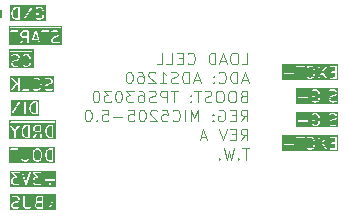
<source format=gbr>
%TF.GenerationSoftware,KiCad,Pcbnew,8.0.1*%
%TF.CreationDate,2024-04-25T00:01:52-04:00*%
%TF.ProjectId,ads1260_board,61647331-3236-4305-9f62-6f6172642e6b,rev?*%
%TF.SameCoordinates,Original*%
%TF.FileFunction,Legend,Bot*%
%TF.FilePolarity,Positive*%
%FSLAX46Y46*%
G04 Gerber Fmt 4.6, Leading zero omitted, Abs format (unit mm)*
G04 Created by KiCad (PCBNEW 8.0.1) date 2024-04-25 00:01:52*
%MOMM*%
%LPD*%
G01*
G04 APERTURE LIST*
G04 Aperture macros list*
%AMRoundRect*
0 Rectangle with rounded corners*
0 $1 Rounding radius*
0 $2 $3 $4 $5 $6 $7 $8 $9 X,Y pos of 4 corners*
0 Add a 4 corners polygon primitive as box body*
4,1,4,$2,$3,$4,$5,$6,$7,$8,$9,$2,$3,0*
0 Add four circle primitives for the rounded corners*
1,1,$1+$1,$2,$3*
1,1,$1+$1,$4,$5*
1,1,$1+$1,$6,$7*
1,1,$1+$1,$8,$9*
0 Add four rect primitives between the rounded corners*
20,1,$1+$1,$2,$3,$4,$5,0*
20,1,$1+$1,$4,$5,$6,$7,0*
20,1,$1+$1,$6,$7,$8,$9,0*
20,1,$1+$1,$8,$9,$2,$3,0*%
G04 Aperture macros list end*
%ADD10C,0.120000*%
%ADD11C,1.300000*%
%ADD12O,1.750000X1.200000*%
%ADD13RoundRect,0.250000X-0.625000X0.350000X-0.625000X-0.350000X0.625000X-0.350000X0.625000X0.350000X0*%
%ADD14RoundRect,0.250000X0.625000X-0.350000X0.625000X0.350000X-0.625000X0.350000X-0.625000X-0.350000X0*%
G04 APERTURE END LIST*
D10*
G36*
X117785050Y-90397009D02*
G01*
X117481752Y-90400439D01*
X117407096Y-90366347D01*
X117407088Y-90366334D01*
X117369792Y-90332627D01*
X117329209Y-90258150D01*
X117326048Y-90143396D01*
X117359455Y-90070241D01*
X117359468Y-90070233D01*
X117392217Y-90033995D01*
X117506790Y-89992424D01*
X117507518Y-89992569D01*
X117783229Y-89989034D01*
X117785050Y-90397009D01*
G37*
G36*
X117782712Y-89873314D02*
G01*
X117529227Y-89876563D01*
X117454715Y-89842537D01*
X117454706Y-89842523D01*
X117417411Y-89808818D01*
X117376735Y-89734171D01*
X117374111Y-89666235D01*
X117407074Y-89594051D01*
X117407087Y-89594043D01*
X117440789Y-89556750D01*
X117515055Y-89516282D01*
X117781103Y-89512872D01*
X117782712Y-89873314D01*
G37*
G36*
X119011811Y-90627490D02*
G01*
X115098312Y-90627490D01*
X115098312Y-90170664D01*
X115209423Y-90170664D01*
X115212883Y-90260226D01*
X115209574Y-90270155D01*
X115213873Y-90285857D01*
X115213990Y-90288863D01*
X115214963Y-90289836D01*
X115215757Y-90292735D01*
X115261609Y-90376881D01*
X115261609Y-90384101D01*
X115274615Y-90403566D01*
X115277637Y-90406297D01*
X115277730Y-90406467D01*
X115277880Y-90406517D01*
X115317382Y-90442216D01*
X115319334Y-90448072D01*
X115337828Y-90462426D01*
X115429342Y-90504216D01*
X115436938Y-90511812D01*
X115452948Y-90514996D01*
X115455645Y-90516228D01*
X115456951Y-90515792D01*
X115459899Y-90516379D01*
X115686127Y-90512421D01*
X115693741Y-90516228D01*
X115716968Y-90513300D01*
X115880163Y-90454088D01*
X115900700Y-90413013D01*
X115886178Y-90369448D01*
X115845104Y-90348911D01*
X115821877Y-90351839D01*
X115698722Y-90396523D01*
X115697994Y-90396379D01*
X115481168Y-90400172D01*
X115407096Y-90366347D01*
X115407088Y-90366334D01*
X115369792Y-90332627D01*
X115329116Y-90257980D01*
X115326492Y-90190044D01*
X115359455Y-90117860D01*
X115359468Y-90117852D01*
X115393170Y-90080559D01*
X115470163Y-90038605D01*
X115474451Y-90038397D01*
X115649553Y-89990726D01*
X115654628Y-89992418D01*
X115677208Y-89986235D01*
X115761355Y-89940383D01*
X115768574Y-89940383D01*
X115788039Y-89927376D01*
X115790769Y-89924355D01*
X115790940Y-89924262D01*
X115790990Y-89924109D01*
X115826687Y-89884610D01*
X115832544Y-89882658D01*
X115846898Y-89864164D01*
X115888688Y-89772649D01*
X115896284Y-89765054D01*
X115899468Y-89749043D01*
X115900700Y-89746347D01*
X115900264Y-89745040D01*
X115900851Y-89742093D01*
X115897390Y-89652529D01*
X115900700Y-89642601D01*
X115896400Y-89626901D01*
X115896284Y-89623894D01*
X115895309Y-89622919D01*
X115894516Y-89620022D01*
X115848665Y-89535875D01*
X115848665Y-89528656D01*
X115835658Y-89509190D01*
X115832636Y-89506459D01*
X115832544Y-89506290D01*
X115832393Y-89506239D01*
X115792891Y-89470541D01*
X115790940Y-89464686D01*
X115780237Y-89456379D01*
X116209423Y-89456379D01*
X116213817Y-90257424D01*
X116209574Y-90270155D01*
X116213975Y-90286229D01*
X116213990Y-90288863D01*
X116214963Y-90289836D01*
X116215757Y-90292735D01*
X116261609Y-90376881D01*
X116261609Y-90384101D01*
X116274615Y-90403566D01*
X116277637Y-90406297D01*
X116277730Y-90406467D01*
X116277880Y-90406517D01*
X116317382Y-90442216D01*
X116319334Y-90448072D01*
X116337828Y-90462426D01*
X116429342Y-90504216D01*
X116436938Y-90511812D01*
X116452948Y-90514996D01*
X116455645Y-90516228D01*
X116456951Y-90515792D01*
X116459899Y-90516379D01*
X116643307Y-90512454D01*
X116654628Y-90516228D01*
X116670536Y-90511871D01*
X116673336Y-90511812D01*
X116674309Y-90510838D01*
X116677208Y-90510045D01*
X116761355Y-90464193D01*
X116768575Y-90464193D01*
X116788040Y-90451186D01*
X116790770Y-90448164D01*
X116790940Y-90448072D01*
X116790990Y-90447921D01*
X116826688Y-90408418D01*
X116832544Y-90406467D01*
X116846898Y-90387973D01*
X116888688Y-90296458D01*
X116896284Y-90288863D01*
X116899468Y-90272852D01*
X116900700Y-90270156D01*
X116900264Y-90268849D01*
X116900851Y-90265902D01*
X116900067Y-90123045D01*
X117209423Y-90123045D01*
X117213177Y-90259346D01*
X117209574Y-90270155D01*
X117213910Y-90285993D01*
X117213990Y-90288863D01*
X117214963Y-90289836D01*
X117215757Y-90292735D01*
X117261609Y-90376881D01*
X117261609Y-90384101D01*
X117274615Y-90403566D01*
X117277637Y-90406297D01*
X117277730Y-90406467D01*
X117277880Y-90406517D01*
X117317382Y-90442216D01*
X117319334Y-90448072D01*
X117337828Y-90462426D01*
X117429342Y-90504216D01*
X117436938Y-90511812D01*
X117452948Y-90514996D01*
X117455645Y-90516228D01*
X117456951Y-90515792D01*
X117459899Y-90516379D01*
X117863812Y-90511812D01*
X117896284Y-90479340D01*
X117900851Y-90456379D01*
X117896368Y-89452126D01*
X118114336Y-89452126D01*
X118117264Y-89475353D01*
X118448984Y-90456628D01*
X118447669Y-90460632D01*
X118455910Y-90477114D01*
X118462190Y-90495691D01*
X118466201Y-90497696D01*
X118468206Y-90501706D01*
X118486250Y-90507720D01*
X118503265Y-90516228D01*
X118507518Y-90514810D01*
X118511771Y-90516228D01*
X118528784Y-90507721D01*
X118546830Y-90501706D01*
X118548835Y-90497696D01*
X118552845Y-90495691D01*
X118564439Y-90475353D01*
X118900700Y-89452126D01*
X118880163Y-89411052D01*
X118836598Y-89396530D01*
X118795523Y-89417067D01*
X118783930Y-89437406D01*
X118509099Y-90273702D01*
X118219512Y-89417067D01*
X118178438Y-89396530D01*
X118134873Y-89411052D01*
X118114336Y-89452126D01*
X117896368Y-89452126D01*
X117896284Y-89433418D01*
X117863812Y-89400946D01*
X117840851Y-89396379D01*
X117515328Y-89400551D01*
X117503264Y-89396530D01*
X117487267Y-89400911D01*
X117484557Y-89400946D01*
X117483582Y-89401920D01*
X117480685Y-89402714D01*
X117396539Y-89448565D01*
X117389319Y-89448565D01*
X117369853Y-89461572D01*
X117367122Y-89464593D01*
X117366953Y-89464686D01*
X117366902Y-89464836D01*
X117331204Y-89504338D01*
X117325349Y-89506290D01*
X117310995Y-89524784D01*
X117269204Y-89616298D01*
X117261609Y-89623894D01*
X117258424Y-89639905D01*
X117257193Y-89642602D01*
X117257628Y-89643907D01*
X117257042Y-89646855D01*
X117260502Y-89736417D01*
X117257193Y-89746346D01*
X117261492Y-89762048D01*
X117261609Y-89765054D01*
X117262582Y-89766027D01*
X117263376Y-89768926D01*
X117309228Y-89853072D01*
X117309228Y-89860292D01*
X117322235Y-89879757D01*
X117325255Y-89882487D01*
X117325349Y-89882658D01*
X117325501Y-89882708D01*
X117365000Y-89918405D01*
X117365615Y-89920250D01*
X117353202Y-89924755D01*
X117341700Y-89924755D01*
X117328033Y-89933887D01*
X117325349Y-89934861D01*
X117324733Y-89936091D01*
X117322234Y-89937762D01*
X117283585Y-89980528D01*
X117277730Y-89982480D01*
X117263376Y-90000974D01*
X117221585Y-90092488D01*
X117213990Y-90100084D01*
X117210805Y-90116095D01*
X117209574Y-90118792D01*
X117210009Y-90120097D01*
X117209423Y-90123045D01*
X116900067Y-90123045D01*
X116896284Y-89433418D01*
X116863812Y-89400946D01*
X116817890Y-89400946D01*
X116785418Y-89433418D01*
X116780851Y-89456379D01*
X116785169Y-90243483D01*
X116750819Y-90318704D01*
X116750805Y-90318714D01*
X116717100Y-90356010D01*
X116642714Y-90396542D01*
X116480806Y-90400007D01*
X116407096Y-90366347D01*
X116407088Y-90366334D01*
X116369792Y-90332627D01*
X116329382Y-90258467D01*
X116324856Y-89433418D01*
X116292384Y-89400946D01*
X116246462Y-89400946D01*
X116213990Y-89433418D01*
X116209423Y-89456379D01*
X115780237Y-89456379D01*
X115772446Y-89450332D01*
X115680931Y-89408541D01*
X115673336Y-89400946D01*
X115657324Y-89397761D01*
X115654628Y-89396530D01*
X115653322Y-89396965D01*
X115650375Y-89396379D01*
X115424146Y-89400336D01*
X115416533Y-89396530D01*
X115393306Y-89399458D01*
X115230111Y-89458671D01*
X115209574Y-89499745D01*
X115224096Y-89543310D01*
X115265170Y-89563847D01*
X115288397Y-89560919D01*
X115411552Y-89516234D01*
X115412280Y-89516379D01*
X115629105Y-89512585D01*
X115703178Y-89546411D01*
X115703187Y-89546424D01*
X115740479Y-89580126D01*
X115781157Y-89654777D01*
X115783781Y-89722712D01*
X115750819Y-89794895D01*
X115750805Y-89794905D01*
X115717100Y-89832199D01*
X115640111Y-89874151D01*
X115635823Y-89874360D01*
X115460720Y-89922030D01*
X115455645Y-89920339D01*
X115433066Y-89926523D01*
X115348920Y-89972374D01*
X115341700Y-89972374D01*
X115322234Y-89985381D01*
X115319503Y-89988402D01*
X115319334Y-89988495D01*
X115319283Y-89988645D01*
X115283585Y-90028147D01*
X115277730Y-90030099D01*
X115263376Y-90048593D01*
X115221585Y-90140107D01*
X115213990Y-90147703D01*
X115210805Y-90163714D01*
X115209574Y-90166411D01*
X115210009Y-90167716D01*
X115209423Y-90170664D01*
X115098312Y-90170664D01*
X115098312Y-89285268D01*
X119011811Y-89285268D01*
X119011811Y-90627490D01*
G37*
G36*
X119007395Y-88627490D02*
G01*
X115098312Y-88627490D01*
X115098312Y-88027807D01*
X115209423Y-88027807D01*
X115213458Y-88258500D01*
X115209574Y-88270155D01*
X115213941Y-88286105D01*
X115213990Y-88288863D01*
X115214963Y-88289836D01*
X115215757Y-88292735D01*
X115261609Y-88376881D01*
X115261609Y-88384101D01*
X115274615Y-88403566D01*
X115277637Y-88406297D01*
X115277730Y-88406467D01*
X115277880Y-88406517D01*
X115317382Y-88442216D01*
X115319334Y-88448072D01*
X115337828Y-88462426D01*
X115429342Y-88504216D01*
X115436938Y-88511812D01*
X115452948Y-88514996D01*
X115455645Y-88516228D01*
X115456951Y-88515792D01*
X115459899Y-88516379D01*
X115737976Y-88512264D01*
X115749866Y-88516228D01*
X115765845Y-88511852D01*
X115768574Y-88511812D01*
X115769547Y-88510838D01*
X115772446Y-88510045D01*
X115856593Y-88464193D01*
X115863813Y-88464193D01*
X115883278Y-88451186D01*
X115886008Y-88448164D01*
X115886178Y-88448072D01*
X115886228Y-88447921D01*
X115943903Y-88384101D01*
X115943903Y-88338178D01*
X115911430Y-88305707D01*
X115865508Y-88305707D01*
X115846043Y-88318714D01*
X115812338Y-88356010D01*
X115738047Y-88396490D01*
X115481421Y-88400287D01*
X115407096Y-88366347D01*
X115407088Y-88366334D01*
X115369792Y-88332627D01*
X115329289Y-88258297D01*
X115325629Y-88049076D01*
X115359455Y-87975003D01*
X115359468Y-87974995D01*
X115393170Y-87937702D01*
X115467651Y-87897117D01*
X115608159Y-87893247D01*
X115621979Y-87894169D01*
X115623515Y-87892824D01*
X115625717Y-87892764D01*
X115640643Y-87877838D01*
X115656539Y-87863929D01*
X115656680Y-87861800D01*
X115658189Y-87860292D01*
X115658189Y-87839181D01*
X115659594Y-87818108D01*
X115658189Y-87815668D01*
X115658189Y-87814370D01*
X115656426Y-87812607D01*
X115647911Y-87797821D01*
X115396523Y-87515474D01*
X115911431Y-87511812D01*
X115943903Y-87479340D01*
X115943903Y-87452126D01*
X116066717Y-87452126D01*
X116069645Y-87475353D01*
X116401365Y-88456628D01*
X116400050Y-88460632D01*
X116408291Y-88477114D01*
X116414571Y-88495691D01*
X116418582Y-88497696D01*
X116420587Y-88501706D01*
X116438631Y-88507720D01*
X116455646Y-88516228D01*
X116459899Y-88514810D01*
X116464152Y-88516228D01*
X116481165Y-88507721D01*
X116499211Y-88501706D01*
X116501216Y-88497696D01*
X116505226Y-88495691D01*
X116516820Y-88475353D01*
X116663896Y-88027807D01*
X117018947Y-88027807D01*
X117022982Y-88258500D01*
X117019098Y-88270155D01*
X117023465Y-88286105D01*
X117023514Y-88288863D01*
X117024487Y-88289836D01*
X117025281Y-88292735D01*
X117071133Y-88376881D01*
X117071133Y-88384101D01*
X117084139Y-88403566D01*
X117087161Y-88406297D01*
X117087254Y-88406467D01*
X117087404Y-88406517D01*
X117126906Y-88442216D01*
X117128858Y-88448072D01*
X117147352Y-88462426D01*
X117238866Y-88504216D01*
X117246462Y-88511812D01*
X117262472Y-88514996D01*
X117265169Y-88516228D01*
X117266475Y-88515792D01*
X117269423Y-88516379D01*
X117547500Y-88512264D01*
X117559390Y-88516228D01*
X117575369Y-88511852D01*
X117578098Y-88511812D01*
X117579071Y-88510838D01*
X117581970Y-88510045D01*
X117666117Y-88464193D01*
X117673337Y-88464193D01*
X117692802Y-88451186D01*
X117695532Y-88448164D01*
X117695702Y-88448072D01*
X117695752Y-88447921D01*
X117753427Y-88384101D01*
X117753427Y-88338178D01*
X117720954Y-88305707D01*
X117675032Y-88305707D01*
X117655567Y-88318714D01*
X117621862Y-88356010D01*
X117547571Y-88396490D01*
X117290945Y-88400287D01*
X117216620Y-88366347D01*
X117216612Y-88366334D01*
X117179316Y-88332627D01*
X117138813Y-88258297D01*
X117136016Y-88098387D01*
X118023514Y-88098387D01*
X118055986Y-88130859D01*
X118078947Y-88135426D01*
X118402453Y-88133543D01*
X118404466Y-88479340D01*
X118436938Y-88511812D01*
X118482860Y-88511812D01*
X118515332Y-88479340D01*
X118519899Y-88456379D01*
X118518016Y-88132871D01*
X118863812Y-88130859D01*
X118896284Y-88098387D01*
X118896284Y-88052465D01*
X118863812Y-88019993D01*
X118840851Y-88015426D01*
X118517344Y-88017308D01*
X118515332Y-87671513D01*
X118482860Y-87639041D01*
X118436938Y-87639041D01*
X118404466Y-87671513D01*
X118399899Y-87694474D01*
X118401781Y-88017980D01*
X118055986Y-88019993D01*
X118023514Y-88052465D01*
X118023514Y-88098387D01*
X117136016Y-88098387D01*
X117135153Y-88049076D01*
X117168979Y-87975003D01*
X117168992Y-87974995D01*
X117202694Y-87937702D01*
X117277175Y-87897117D01*
X117417683Y-87893247D01*
X117431503Y-87894169D01*
X117433039Y-87892824D01*
X117435241Y-87892764D01*
X117450167Y-87877838D01*
X117466063Y-87863929D01*
X117466204Y-87861800D01*
X117467713Y-87860292D01*
X117467713Y-87839181D01*
X117469118Y-87818108D01*
X117467713Y-87815668D01*
X117467713Y-87814370D01*
X117465950Y-87812607D01*
X117457435Y-87797821D01*
X117206047Y-87515474D01*
X117720955Y-87511812D01*
X117753427Y-87479340D01*
X117753427Y-87433418D01*
X117720955Y-87400946D01*
X117697994Y-87396379D01*
X117078405Y-87400786D01*
X117059724Y-87399541D01*
X117058135Y-87400930D01*
X117055986Y-87400946D01*
X117041060Y-87415872D01*
X117025164Y-87429781D01*
X117025022Y-87431909D01*
X117023514Y-87433418D01*
X117023514Y-87454528D01*
X117022109Y-87475602D01*
X117023514Y-87478041D01*
X117023514Y-87479340D01*
X117025276Y-87481102D01*
X117033792Y-87495889D01*
X117287436Y-87780769D01*
X117275978Y-87781085D01*
X117265169Y-87777482D01*
X117249334Y-87781818D01*
X117246462Y-87781898D01*
X117245487Y-87782872D01*
X117242590Y-87783666D01*
X117158444Y-87829517D01*
X117151224Y-87829517D01*
X117131758Y-87842524D01*
X117129027Y-87845545D01*
X117128858Y-87845638D01*
X117128807Y-87845788D01*
X117093109Y-87885290D01*
X117087254Y-87887242D01*
X117072900Y-87905736D01*
X117031109Y-87997250D01*
X117023514Y-88004846D01*
X117020329Y-88020857D01*
X117019098Y-88023554D01*
X117019533Y-88024859D01*
X117018947Y-88027807D01*
X116663896Y-88027807D01*
X116853081Y-87452126D01*
X116832544Y-87411052D01*
X116788979Y-87396530D01*
X116747904Y-87417067D01*
X116736311Y-87437406D01*
X116461480Y-88273702D01*
X116171893Y-87417067D01*
X116130819Y-87396530D01*
X116087254Y-87411052D01*
X116066717Y-87452126D01*
X115943903Y-87452126D01*
X115943903Y-87433418D01*
X115911431Y-87400946D01*
X115888470Y-87396379D01*
X115268881Y-87400786D01*
X115250200Y-87399541D01*
X115248611Y-87400930D01*
X115246462Y-87400946D01*
X115231536Y-87415872D01*
X115215640Y-87429781D01*
X115215498Y-87431909D01*
X115213990Y-87433418D01*
X115213990Y-87454528D01*
X115212585Y-87475602D01*
X115213990Y-87478041D01*
X115213990Y-87479340D01*
X115215752Y-87481102D01*
X115224268Y-87495889D01*
X115477912Y-87780769D01*
X115466454Y-87781085D01*
X115455645Y-87777482D01*
X115439810Y-87781818D01*
X115436938Y-87781898D01*
X115435963Y-87782872D01*
X115433066Y-87783666D01*
X115348920Y-87829517D01*
X115341700Y-87829517D01*
X115322234Y-87842524D01*
X115319503Y-87845545D01*
X115319334Y-87845638D01*
X115319283Y-87845788D01*
X115283585Y-87885290D01*
X115277730Y-87887242D01*
X115263376Y-87905736D01*
X115221585Y-87997250D01*
X115213990Y-88004846D01*
X115210805Y-88020857D01*
X115209574Y-88023554D01*
X115210009Y-88024859D01*
X115209423Y-88027807D01*
X115098312Y-88027807D01*
X115098312Y-87285268D01*
X119007395Y-87285268D01*
X119007395Y-88627490D01*
G37*
G36*
X117560321Y-85546411D02*
G01*
X117560330Y-85546424D01*
X117642575Y-85624039D01*
X117686485Y-85785326D01*
X117685613Y-85789712D01*
X117689638Y-86103762D01*
X117687404Y-86108493D01*
X117648665Y-86278409D01*
X117576428Y-86354956D01*
X117575923Y-86355095D01*
X117499857Y-86396542D01*
X117337949Y-86400007D01*
X117264239Y-86366347D01*
X117264231Y-86366334D01*
X117181984Y-86288717D01*
X117138074Y-86127430D01*
X117138947Y-86123045D01*
X117134921Y-85808994D01*
X117137156Y-85804264D01*
X117175894Y-85634347D01*
X117248129Y-85557802D01*
X117248637Y-85557664D01*
X117324703Y-85516215D01*
X117486609Y-85512750D01*
X117560321Y-85546411D01*
G37*
G36*
X118642194Y-86397355D02*
G01*
X118480156Y-86400189D01*
X118478872Y-86399458D01*
X118354438Y-86361587D01*
X118275607Y-86287194D01*
X118275469Y-86286688D01*
X118232602Y-86208019D01*
X118232394Y-86203731D01*
X118185693Y-86032192D01*
X118186566Y-86027807D01*
X118183128Y-85902987D01*
X118184775Y-85899502D01*
X118224382Y-85725776D01*
X118227851Y-85721307D01*
X118264217Y-85641670D01*
X118264230Y-85641662D01*
X118342723Y-85558485D01*
X118459171Y-85516234D01*
X118459899Y-85516379D01*
X118638247Y-85513258D01*
X118642194Y-86397355D01*
G37*
G36*
X118869105Y-86627490D02*
G01*
X115007641Y-86627490D01*
X115007641Y-85479340D01*
X115118752Y-85479340D01*
X115151224Y-85511812D01*
X115174185Y-85516379D01*
X115400159Y-85514642D01*
X115404466Y-86479340D01*
X115436938Y-86511812D01*
X115482860Y-86511812D01*
X115515332Y-86479340D01*
X115519899Y-86456379D01*
X115515690Y-85513755D01*
X115768574Y-85511812D01*
X115801046Y-85479340D01*
X115801046Y-85456379D01*
X116018947Y-85456379D01*
X116023341Y-86257424D01*
X116019098Y-86270155D01*
X116023499Y-86286229D01*
X116023514Y-86288863D01*
X116024487Y-86289836D01*
X116025281Y-86292735D01*
X116071133Y-86376881D01*
X116071133Y-86384101D01*
X116084139Y-86403566D01*
X116087161Y-86406297D01*
X116087254Y-86406467D01*
X116087404Y-86406517D01*
X116126906Y-86442216D01*
X116128858Y-86448072D01*
X116147352Y-86462426D01*
X116238866Y-86504216D01*
X116246462Y-86511812D01*
X116262472Y-86514996D01*
X116265169Y-86516228D01*
X116266475Y-86515792D01*
X116269423Y-86516379D01*
X116452831Y-86512454D01*
X116464152Y-86516228D01*
X116480060Y-86511871D01*
X116482860Y-86511812D01*
X116483833Y-86510838D01*
X116486732Y-86510045D01*
X116570879Y-86464193D01*
X116578099Y-86464193D01*
X116597564Y-86451186D01*
X116600294Y-86448164D01*
X116600464Y-86448072D01*
X116600514Y-86447921D01*
X116636212Y-86408418D01*
X116642068Y-86406467D01*
X116656422Y-86387973D01*
X116698212Y-86296458D01*
X116705808Y-86288863D01*
X116708992Y-86272852D01*
X116710224Y-86270156D01*
X116709788Y-86268849D01*
X116710375Y-86265902D01*
X116707763Y-85789712D01*
X117018947Y-85789712D01*
X117023033Y-86108492D01*
X117019600Y-86114214D01*
X117020738Y-86137597D01*
X117071133Y-86322706D01*
X117071133Y-86336482D01*
X117077462Y-86345954D01*
X117078357Y-86349241D01*
X117080528Y-86350544D01*
X117084139Y-86355947D01*
X117174052Y-86440798D01*
X117176477Y-86448072D01*
X117194971Y-86462426D01*
X117286485Y-86504216D01*
X117294081Y-86511812D01*
X117310091Y-86514996D01*
X117312788Y-86516228D01*
X117314094Y-86515792D01*
X117317042Y-86516379D01*
X117500450Y-86512454D01*
X117511771Y-86516228D01*
X117527679Y-86511871D01*
X117530479Y-86511812D01*
X117531452Y-86510838D01*
X117534351Y-86510045D01*
X117618498Y-86464193D01*
X117625717Y-86464193D01*
X117645183Y-86451186D01*
X117735099Y-86355902D01*
X117746203Y-86349241D01*
X117751031Y-86339020D01*
X117753427Y-86336482D01*
X117753427Y-86333949D01*
X117756203Y-86328073D01*
X117796727Y-86150324D01*
X117801046Y-86146006D01*
X117805613Y-86123045D01*
X117802560Y-85884950D01*
X118066566Y-85884950D01*
X118070124Y-86014134D01*
X118067219Y-86018976D01*
X118068357Y-86042359D01*
X118116027Y-86217461D01*
X118114336Y-86222536D01*
X118120519Y-86245116D01*
X118166371Y-86329262D01*
X118166371Y-86336482D01*
X118179377Y-86355947D01*
X118272689Y-86444005D01*
X118277730Y-86454087D01*
X118291980Y-86462210D01*
X118294081Y-86464193D01*
X118295458Y-86464193D01*
X118298068Y-86465681D01*
X118431379Y-86506253D01*
X118436938Y-86511812D01*
X118459899Y-86516379D01*
X118720955Y-86511812D01*
X118753427Y-86479340D01*
X118757994Y-86456379D01*
X118753427Y-85433418D01*
X118720955Y-85400946D01*
X118697994Y-85396379D01*
X118471765Y-85400336D01*
X118464152Y-85396530D01*
X118440925Y-85399458D01*
X118305583Y-85448565D01*
X118294081Y-85448565D01*
X118280415Y-85457696D01*
X118277730Y-85458671D01*
X118277114Y-85459902D01*
X118274616Y-85461572D01*
X118189765Y-85551484D01*
X118182492Y-85553909D01*
X118168138Y-85572403D01*
X118129735Y-85656498D01*
X118125976Y-85658754D01*
X118115976Y-85679922D01*
X118075451Y-85857670D01*
X118071133Y-85861989D01*
X118066566Y-85884950D01*
X117802560Y-85884950D01*
X117801526Y-85804264D01*
X117804960Y-85798543D01*
X117803822Y-85775160D01*
X117753427Y-85590050D01*
X117753427Y-85576275D01*
X117747098Y-85566803D01*
X117746203Y-85563516D01*
X117744029Y-85562212D01*
X117740420Y-85556810D01*
X117650507Y-85471959D01*
X117648083Y-85464686D01*
X117629589Y-85450332D01*
X117538074Y-85408541D01*
X117530479Y-85400946D01*
X117514467Y-85397761D01*
X117511771Y-85396530D01*
X117510465Y-85396965D01*
X117507518Y-85396379D01*
X117324108Y-85400303D01*
X117312788Y-85396530D01*
X117296883Y-85400886D01*
X117294081Y-85400946D01*
X117293106Y-85401920D01*
X117290209Y-85402714D01*
X117206063Y-85448565D01*
X117198843Y-85448565D01*
X117179378Y-85461572D01*
X117089460Y-85556853D01*
X117078357Y-85563516D01*
X117073528Y-85573736D01*
X117071133Y-85576275D01*
X117071133Y-85578807D01*
X117068357Y-85584684D01*
X117027832Y-85762432D01*
X117023514Y-85766751D01*
X117018947Y-85789712D01*
X116707763Y-85789712D01*
X116705808Y-85433418D01*
X116673336Y-85400946D01*
X116627414Y-85400946D01*
X116594942Y-85433418D01*
X116590375Y-85456379D01*
X116594693Y-86243483D01*
X116560343Y-86318704D01*
X116560329Y-86318714D01*
X116526624Y-86356010D01*
X116452238Y-86396542D01*
X116290330Y-86400007D01*
X116216620Y-86366347D01*
X116216612Y-86366334D01*
X116179316Y-86332627D01*
X116138906Y-86258467D01*
X116134380Y-85433418D01*
X116101908Y-85400946D01*
X116055986Y-85400946D01*
X116023514Y-85433418D01*
X116018947Y-85456379D01*
X115801046Y-85456379D01*
X115801046Y-85433418D01*
X115768574Y-85400946D01*
X115745613Y-85396379D01*
X115151224Y-85400946D01*
X115118752Y-85433418D01*
X115118752Y-85479340D01*
X115007641Y-85479340D01*
X115007641Y-85285268D01*
X118869105Y-85285268D01*
X118869105Y-86627490D01*
G37*
G36*
X116642194Y-84397355D02*
G01*
X116480156Y-84400189D01*
X116478872Y-84399458D01*
X116354438Y-84361587D01*
X116275607Y-84287194D01*
X116275469Y-84286688D01*
X116232602Y-84208019D01*
X116232394Y-84203731D01*
X116185693Y-84032192D01*
X116186566Y-84027807D01*
X116183128Y-83902987D01*
X116184775Y-83899502D01*
X116224382Y-83725776D01*
X116227851Y-83721307D01*
X116264217Y-83641670D01*
X116264230Y-83641662D01*
X116342723Y-83558485D01*
X116459171Y-83516234D01*
X116459899Y-83516379D01*
X116638247Y-83513258D01*
X116642194Y-84397355D01*
G37*
G36*
X118642194Y-84397355D02*
G01*
X118480156Y-84400189D01*
X118478872Y-84399458D01*
X118354438Y-84361587D01*
X118275607Y-84287194D01*
X118275469Y-84286688D01*
X118232602Y-84208019D01*
X118232394Y-84203731D01*
X118185693Y-84032192D01*
X118186566Y-84027807D01*
X118183128Y-83902987D01*
X118184775Y-83899502D01*
X118224382Y-83725776D01*
X118227851Y-83721307D01*
X118264217Y-83641670D01*
X118264230Y-83641662D01*
X118342723Y-83558485D01*
X118459171Y-83516234D01*
X118459899Y-83516379D01*
X118638247Y-83513258D01*
X118642194Y-84397355D01*
G37*
G36*
X117640067Y-83920842D02*
G01*
X117474459Y-83922715D01*
X117472877Y-83921608D01*
X117466063Y-83922810D01*
X117338895Y-83924248D01*
X117264239Y-83890156D01*
X117264230Y-83890142D01*
X117226935Y-83856437D01*
X117186352Y-83781960D01*
X117183191Y-83667206D01*
X117216598Y-83594051D01*
X117216611Y-83594043D01*
X117250313Y-83556750D01*
X117324558Y-83516294D01*
X117638245Y-83512747D01*
X117640067Y-83920842D01*
G37*
G36*
X119002634Y-84627490D02*
G01*
X115003980Y-84627490D01*
X115003980Y-83466768D01*
X115115091Y-83466768D01*
X115123565Y-83488592D01*
X115447606Y-83989912D01*
X115452085Y-84479340D01*
X115484557Y-84511812D01*
X115530479Y-84511812D01*
X115562951Y-84479340D01*
X115567518Y-84456379D01*
X115563379Y-84004034D01*
X115637978Y-83884950D01*
X116066566Y-83884950D01*
X116070124Y-84014134D01*
X116067219Y-84018976D01*
X116068357Y-84042359D01*
X116116027Y-84217461D01*
X116114336Y-84222536D01*
X116120519Y-84245116D01*
X116166371Y-84329262D01*
X116166371Y-84336482D01*
X116179377Y-84355947D01*
X116272689Y-84444005D01*
X116277730Y-84454087D01*
X116291980Y-84462210D01*
X116294081Y-84464193D01*
X116295458Y-84464193D01*
X116298068Y-84465681D01*
X116431379Y-84506253D01*
X116436938Y-84511812D01*
X116459899Y-84516379D01*
X116720955Y-84511812D01*
X116753427Y-84479340D01*
X116757994Y-84456379D01*
X116754380Y-83646855D01*
X117066566Y-83646855D01*
X117070320Y-83783156D01*
X117066717Y-83793965D01*
X117071053Y-83809803D01*
X117071133Y-83812673D01*
X117072106Y-83813646D01*
X117072900Y-83816545D01*
X117118752Y-83900691D01*
X117118752Y-83907911D01*
X117131759Y-83927376D01*
X117134779Y-83930106D01*
X117134873Y-83930277D01*
X117135025Y-83930327D01*
X117174524Y-83966024D01*
X117176477Y-83971881D01*
X117194971Y-83986235D01*
X117286485Y-84028025D01*
X117294081Y-84035621D01*
X117310091Y-84038805D01*
X117312788Y-84040037D01*
X117314094Y-84039601D01*
X117317042Y-84040188D01*
X117345942Y-84039861D01*
X117067986Y-84443401D01*
X117075967Y-84488624D01*
X117113588Y-84514959D01*
X117158811Y-84506978D01*
X117175720Y-84490787D01*
X117487417Y-84038261D01*
X117640584Y-84036529D01*
X117642561Y-84479340D01*
X117675033Y-84511812D01*
X117720955Y-84511812D01*
X117753427Y-84479340D01*
X117757994Y-84456379D01*
X117755443Y-83884950D01*
X118066566Y-83884950D01*
X118070124Y-84014134D01*
X118067219Y-84018976D01*
X118068357Y-84042359D01*
X118116027Y-84217461D01*
X118114336Y-84222536D01*
X118120519Y-84245116D01*
X118166371Y-84329262D01*
X118166371Y-84336482D01*
X118179377Y-84355947D01*
X118272689Y-84444005D01*
X118277730Y-84454087D01*
X118291980Y-84462210D01*
X118294081Y-84464193D01*
X118295458Y-84464193D01*
X118298068Y-84465681D01*
X118431379Y-84506253D01*
X118436938Y-84511812D01*
X118459899Y-84516379D01*
X118720955Y-84511812D01*
X118753427Y-84479340D01*
X118757994Y-84456379D01*
X118753427Y-83433418D01*
X118720955Y-83400946D01*
X118697994Y-83396379D01*
X118471765Y-83400336D01*
X118464152Y-83396530D01*
X118440925Y-83399458D01*
X118305583Y-83448565D01*
X118294081Y-83448565D01*
X118280415Y-83457696D01*
X118277730Y-83458671D01*
X118277114Y-83459902D01*
X118274616Y-83461572D01*
X118189765Y-83551484D01*
X118182492Y-83553909D01*
X118168138Y-83572403D01*
X118129735Y-83656498D01*
X118125976Y-83658754D01*
X118115976Y-83679922D01*
X118075451Y-83857670D01*
X118071133Y-83861989D01*
X118066566Y-83884950D01*
X117755443Y-83884950D01*
X117753427Y-83433418D01*
X117720955Y-83400946D01*
X117697994Y-83396379D01*
X117324987Y-83400596D01*
X117312788Y-83396530D01*
X117296775Y-83400915D01*
X117294081Y-83400946D01*
X117293106Y-83401920D01*
X117290209Y-83402714D01*
X117206063Y-83448565D01*
X117198843Y-83448565D01*
X117179377Y-83461572D01*
X117176646Y-83464593D01*
X117176477Y-83464686D01*
X117176426Y-83464836D01*
X117140728Y-83504338D01*
X117134873Y-83506290D01*
X117120519Y-83524784D01*
X117078728Y-83616298D01*
X117071133Y-83623894D01*
X117067948Y-83639905D01*
X117066717Y-83642602D01*
X117067152Y-83643907D01*
X117066566Y-83646855D01*
X116754380Y-83646855D01*
X116753427Y-83433418D01*
X116720955Y-83400946D01*
X116697994Y-83396379D01*
X116471765Y-83400336D01*
X116464152Y-83396530D01*
X116440925Y-83399458D01*
X116305583Y-83448565D01*
X116294081Y-83448565D01*
X116280415Y-83457696D01*
X116277730Y-83458671D01*
X116277114Y-83459902D01*
X116274616Y-83461572D01*
X116189765Y-83551484D01*
X116182492Y-83553909D01*
X116168138Y-83572403D01*
X116129735Y-83656498D01*
X116125976Y-83658754D01*
X116115976Y-83679922D01*
X116075451Y-83857670D01*
X116071133Y-83861989D01*
X116066566Y-83884950D01*
X115637978Y-83884950D01*
X115899945Y-83466768D01*
X115889983Y-83421939D01*
X115851240Y-83397285D01*
X115806412Y-83407247D01*
X115790231Y-83424166D01*
X115509364Y-83872518D01*
X115208624Y-83407247D01*
X115163796Y-83397285D01*
X115125053Y-83421940D01*
X115115091Y-83466768D01*
X115003980Y-83466768D01*
X115003980Y-83201721D01*
X115123514Y-83201721D01*
X115155986Y-83234193D01*
X115178947Y-83238760D01*
X118859051Y-83234193D01*
X118891523Y-83201721D01*
X118891523Y-83155799D01*
X118859051Y-83123327D01*
X118836090Y-83118760D01*
X115155986Y-83123327D01*
X115123514Y-83155799D01*
X115123514Y-83201721D01*
X115003980Y-83201721D01*
X115003980Y-83007649D01*
X119002634Y-83007649D01*
X119002634Y-84627490D01*
G37*
G36*
X117308860Y-82397355D02*
G01*
X117146822Y-82400189D01*
X117145538Y-82399458D01*
X117021104Y-82361587D01*
X116942273Y-82287194D01*
X116942135Y-82286688D01*
X116899268Y-82208019D01*
X116899060Y-82203731D01*
X116852359Y-82032192D01*
X116853232Y-82027807D01*
X116849794Y-81902987D01*
X116851441Y-81899502D01*
X116891048Y-81725776D01*
X116894517Y-81721307D01*
X116930883Y-81641670D01*
X116930896Y-81641662D01*
X117009389Y-81558485D01*
X117125837Y-81516234D01*
X117126565Y-81516379D01*
X117304913Y-81513258D01*
X117308860Y-82397355D01*
G37*
G36*
X117535771Y-82627490D02*
G01*
X115145931Y-82627490D01*
X115145931Y-81456379D01*
X115257042Y-81456379D01*
X115261441Y-82441888D01*
X115257521Y-82448812D01*
X115261538Y-82463542D01*
X115261609Y-82479340D01*
X115267436Y-82485167D01*
X115269604Y-82493116D01*
X115283093Y-82500824D01*
X115294081Y-82511812D01*
X115302321Y-82511812D01*
X115309475Y-82515900D01*
X115324464Y-82511812D01*
X115340003Y-82511812D01*
X115345830Y-82505984D01*
X115353779Y-82503817D01*
X115369137Y-82486147D01*
X115829438Y-81673298D01*
X115833037Y-82479340D01*
X115865509Y-82511812D01*
X115911431Y-82511812D01*
X115943903Y-82479340D01*
X115948470Y-82456379D01*
X115944070Y-81470869D01*
X115947991Y-81463946D01*
X115945927Y-81456379D01*
X116304660Y-81456379D01*
X116309227Y-82479340D01*
X116341699Y-82511812D01*
X116387621Y-82511812D01*
X116420093Y-82479340D01*
X116424660Y-82456379D01*
X116422109Y-81884950D01*
X116733232Y-81884950D01*
X116736790Y-82014134D01*
X116733885Y-82018976D01*
X116735023Y-82042359D01*
X116782693Y-82217461D01*
X116781002Y-82222536D01*
X116787185Y-82245116D01*
X116833037Y-82329262D01*
X116833037Y-82336482D01*
X116846043Y-82355947D01*
X116939355Y-82444005D01*
X116944396Y-82454087D01*
X116958646Y-82462210D01*
X116960747Y-82464193D01*
X116962124Y-82464193D01*
X116964734Y-82465681D01*
X117098045Y-82506253D01*
X117103604Y-82511812D01*
X117126565Y-82516379D01*
X117387621Y-82511812D01*
X117420093Y-82479340D01*
X117424660Y-82456379D01*
X117420093Y-81433418D01*
X117387621Y-81400946D01*
X117364660Y-81396379D01*
X117138431Y-81400336D01*
X117130818Y-81396530D01*
X117107591Y-81399458D01*
X116972249Y-81448565D01*
X116960747Y-81448565D01*
X116947081Y-81457696D01*
X116944396Y-81458671D01*
X116943780Y-81459902D01*
X116941282Y-81461572D01*
X116856431Y-81551484D01*
X116849158Y-81553909D01*
X116834804Y-81572403D01*
X116796401Y-81656498D01*
X116792642Y-81658754D01*
X116782642Y-81679922D01*
X116742117Y-81857670D01*
X116737799Y-81861989D01*
X116733232Y-81884950D01*
X116422109Y-81884950D01*
X116420093Y-81433418D01*
X116387621Y-81400946D01*
X116341699Y-81400946D01*
X116309227Y-81433418D01*
X116304660Y-81456379D01*
X115945927Y-81456379D01*
X115943973Y-81449215D01*
X115943903Y-81433418D01*
X115938076Y-81427591D01*
X115935908Y-81419641D01*
X115922417Y-81411932D01*
X115911431Y-81400946D01*
X115903191Y-81400946D01*
X115896037Y-81396858D01*
X115881048Y-81400946D01*
X115865509Y-81400946D01*
X115859681Y-81406773D01*
X115851733Y-81408941D01*
X115836375Y-81426611D01*
X115376073Y-82239459D01*
X115372475Y-81433418D01*
X115340003Y-81400946D01*
X115294081Y-81400946D01*
X115261609Y-81433418D01*
X115257042Y-81456379D01*
X115145931Y-81456379D01*
X115145931Y-81285268D01*
X117535771Y-81285268D01*
X117535771Y-82627490D01*
G37*
G36*
X118821486Y-80627490D02*
G01*
X115100189Y-80627490D01*
X115100189Y-80441488D01*
X115211300Y-80441488D01*
X115217794Y-80486949D01*
X115254532Y-80514502D01*
X115299993Y-80508008D01*
X115317423Y-80492379D01*
X115703846Y-79970442D01*
X115783497Y-80049223D01*
X115785418Y-80479340D01*
X115817890Y-80511812D01*
X115863812Y-80511812D01*
X115896284Y-80479340D01*
X116118752Y-80479340D01*
X116151224Y-80511812D01*
X116174185Y-80516379D01*
X116673336Y-80511812D01*
X116705808Y-80479340D01*
X116710375Y-80456379D01*
X116710052Y-80384101D01*
X117023514Y-80384101D01*
X117036520Y-80403566D01*
X117082993Y-80445566D01*
X117087254Y-80454087D01*
X117101250Y-80462065D01*
X117103604Y-80464193D01*
X117104982Y-80464193D01*
X117107592Y-80465681D01*
X117240903Y-80506253D01*
X117246462Y-80511812D01*
X117269423Y-80516379D01*
X117273637Y-80516216D01*
X117273676Y-80516228D01*
X117273704Y-80516213D01*
X117354161Y-80513104D01*
X117360408Y-80516228D01*
X117383635Y-80513300D01*
X117518979Y-80464193D01*
X117530479Y-80464193D01*
X117544142Y-80455063D01*
X117546830Y-80454088D01*
X117547446Y-80452855D01*
X117549945Y-80451186D01*
X117634794Y-80361272D01*
X117642068Y-80358848D01*
X117656422Y-80340354D01*
X117694824Y-80256258D01*
X117698584Y-80254003D01*
X117708584Y-80232835D01*
X117722758Y-80170664D01*
X118018947Y-80170664D01*
X118022407Y-80260226D01*
X118019098Y-80270155D01*
X118023397Y-80285857D01*
X118023514Y-80288863D01*
X118024487Y-80289836D01*
X118025281Y-80292735D01*
X118071133Y-80376881D01*
X118071133Y-80384101D01*
X118084139Y-80403566D01*
X118087161Y-80406297D01*
X118087254Y-80406467D01*
X118087404Y-80406517D01*
X118126906Y-80442216D01*
X118128858Y-80448072D01*
X118147352Y-80462426D01*
X118238866Y-80504216D01*
X118246462Y-80511812D01*
X118262472Y-80514996D01*
X118265169Y-80516228D01*
X118266475Y-80515792D01*
X118269423Y-80516379D01*
X118495651Y-80512421D01*
X118503265Y-80516228D01*
X118526492Y-80513300D01*
X118689687Y-80454088D01*
X118710224Y-80413013D01*
X118695702Y-80369448D01*
X118654628Y-80348911D01*
X118631401Y-80351839D01*
X118508246Y-80396523D01*
X118507518Y-80396379D01*
X118290692Y-80400172D01*
X118216620Y-80366347D01*
X118216612Y-80366334D01*
X118179316Y-80332627D01*
X118138640Y-80257980D01*
X118136016Y-80190044D01*
X118168979Y-80117860D01*
X118168992Y-80117852D01*
X118202694Y-80080559D01*
X118279687Y-80038605D01*
X118283975Y-80038397D01*
X118459077Y-79990726D01*
X118464152Y-79992418D01*
X118486732Y-79986235D01*
X118570879Y-79940383D01*
X118578098Y-79940383D01*
X118597563Y-79927376D01*
X118600293Y-79924355D01*
X118600464Y-79924262D01*
X118600514Y-79924109D01*
X118636211Y-79884610D01*
X118642068Y-79882658D01*
X118656422Y-79864164D01*
X118698212Y-79772649D01*
X118705808Y-79765054D01*
X118708992Y-79749043D01*
X118710224Y-79746347D01*
X118709788Y-79745040D01*
X118710375Y-79742093D01*
X118706914Y-79652529D01*
X118710224Y-79642601D01*
X118705924Y-79626901D01*
X118705808Y-79623894D01*
X118704833Y-79622919D01*
X118704040Y-79620022D01*
X118658189Y-79535875D01*
X118658189Y-79528656D01*
X118645182Y-79509190D01*
X118642160Y-79506459D01*
X118642068Y-79506290D01*
X118641917Y-79506239D01*
X118602415Y-79470541D01*
X118600464Y-79464686D01*
X118581970Y-79450332D01*
X118490455Y-79408541D01*
X118482860Y-79400946D01*
X118466848Y-79397761D01*
X118464152Y-79396530D01*
X118462846Y-79396965D01*
X118459899Y-79396379D01*
X118233670Y-79400336D01*
X118226057Y-79396530D01*
X118202830Y-79399458D01*
X118039635Y-79458671D01*
X118019098Y-79499745D01*
X118033620Y-79543310D01*
X118074694Y-79563847D01*
X118097921Y-79560919D01*
X118221076Y-79516234D01*
X118221804Y-79516379D01*
X118438629Y-79512585D01*
X118512702Y-79546411D01*
X118512711Y-79546424D01*
X118550003Y-79580126D01*
X118590681Y-79654777D01*
X118593305Y-79722712D01*
X118560343Y-79794895D01*
X118560329Y-79794905D01*
X118526624Y-79832199D01*
X118449635Y-79874151D01*
X118445347Y-79874360D01*
X118270244Y-79922030D01*
X118265169Y-79920339D01*
X118242590Y-79926523D01*
X118158444Y-79972374D01*
X118151224Y-79972374D01*
X118131758Y-79985381D01*
X118129027Y-79988402D01*
X118128858Y-79988495D01*
X118128807Y-79988645D01*
X118093109Y-80028147D01*
X118087254Y-80030099D01*
X118072900Y-80048593D01*
X118031109Y-80140107D01*
X118023514Y-80147703D01*
X118020329Y-80163714D01*
X118019098Y-80166411D01*
X118019533Y-80167716D01*
X118018947Y-80170664D01*
X117722758Y-80170664D01*
X117749108Y-80055086D01*
X117753427Y-80050768D01*
X117757994Y-80027807D01*
X117754435Y-79898622D01*
X117757341Y-79893781D01*
X117756203Y-79870398D01*
X117708532Y-79695295D01*
X117710224Y-79690220D01*
X117704040Y-79667641D01*
X117658189Y-79583494D01*
X117658189Y-79576275D01*
X117645182Y-79556810D01*
X117551871Y-79468752D01*
X117546830Y-79458670D01*
X117532579Y-79450547D01*
X117530479Y-79448565D01*
X117529102Y-79448565D01*
X117526491Y-79447077D01*
X117393180Y-79406504D01*
X117387622Y-79400946D01*
X117364661Y-79396379D01*
X117360446Y-79396541D01*
X117360408Y-79396530D01*
X117360379Y-79396544D01*
X117279922Y-79399653D01*
X117273676Y-79396530D01*
X117250449Y-79399458D01*
X117115107Y-79448565D01*
X117103605Y-79448565D01*
X117089938Y-79457697D01*
X117087254Y-79458671D01*
X117086638Y-79459901D01*
X117084139Y-79461572D01*
X117023514Y-79528656D01*
X117023514Y-79574578D01*
X117055986Y-79607050D01*
X117101908Y-79607050D01*
X117121373Y-79594043D01*
X117154122Y-79557805D01*
X117268695Y-79516234D01*
X117269423Y-79516379D01*
X117346072Y-79513417D01*
X117470122Y-79551171D01*
X117548951Y-79625561D01*
X117549090Y-79626069D01*
X117591957Y-79704738D01*
X117592166Y-79709026D01*
X117638866Y-79880564D01*
X117637994Y-79884950D01*
X117641431Y-80009769D01*
X117639785Y-80013255D01*
X117600177Y-80186980D01*
X117596709Y-80191450D01*
X117560342Y-80271086D01*
X117560330Y-80271095D01*
X117481835Y-80354272D01*
X117365389Y-80396523D01*
X117364661Y-80396379D01*
X117288010Y-80399340D01*
X117163627Y-80361484D01*
X117101909Y-80305707D01*
X117055986Y-80305707D01*
X117023514Y-80338178D01*
X117023514Y-80384101D01*
X116710052Y-80384101D01*
X116705808Y-79433418D01*
X116673336Y-79400946D01*
X116627414Y-79400946D01*
X116594942Y-79433418D01*
X116590375Y-79456379D01*
X116594573Y-80396889D01*
X116151224Y-80400946D01*
X116118752Y-80433418D01*
X116118752Y-80479340D01*
X115896284Y-80479340D01*
X115900851Y-80456379D01*
X115896284Y-79433418D01*
X115863812Y-79400946D01*
X115817890Y-79400946D01*
X115785418Y-79433418D01*
X115780851Y-79456379D01*
X115782768Y-79885970D01*
X115292384Y-79400946D01*
X115246462Y-79400946D01*
X115213990Y-79433418D01*
X115213990Y-79479340D01*
X115226997Y-79498805D01*
X115620833Y-79888336D01*
X115211300Y-80441488D01*
X115100189Y-80441488D01*
X115100189Y-79285268D01*
X118821486Y-79285268D01*
X118821486Y-80627490D01*
G37*
G36*
X117097872Y-78627490D02*
G01*
X115012403Y-78627490D01*
X115012403Y-78170664D01*
X115209423Y-78170664D01*
X115212883Y-78260226D01*
X115209574Y-78270155D01*
X115213873Y-78285857D01*
X115213990Y-78288863D01*
X115214963Y-78289836D01*
X115215757Y-78292735D01*
X115261609Y-78376881D01*
X115261609Y-78384101D01*
X115274615Y-78403566D01*
X115277637Y-78406297D01*
X115277730Y-78406467D01*
X115277880Y-78406517D01*
X115317382Y-78442216D01*
X115319334Y-78448072D01*
X115337828Y-78462426D01*
X115429342Y-78504216D01*
X115436938Y-78511812D01*
X115452948Y-78514996D01*
X115455645Y-78516228D01*
X115456951Y-78515792D01*
X115459899Y-78516379D01*
X115686127Y-78512421D01*
X115693741Y-78516228D01*
X115716968Y-78513300D01*
X115880163Y-78454088D01*
X115900700Y-78413013D01*
X115891062Y-78384101D01*
X116166371Y-78384101D01*
X116179377Y-78403566D01*
X116225850Y-78445566D01*
X116230111Y-78454087D01*
X116244107Y-78462065D01*
X116246461Y-78464193D01*
X116247839Y-78464193D01*
X116250449Y-78465681D01*
X116383760Y-78506253D01*
X116389319Y-78511812D01*
X116412280Y-78516379D01*
X116416494Y-78516216D01*
X116416533Y-78516228D01*
X116416561Y-78516213D01*
X116497018Y-78513104D01*
X116503265Y-78516228D01*
X116526492Y-78513300D01*
X116661836Y-78464193D01*
X116673336Y-78464193D01*
X116686999Y-78455063D01*
X116689687Y-78454088D01*
X116690303Y-78452855D01*
X116692802Y-78451186D01*
X116777651Y-78361272D01*
X116784925Y-78358848D01*
X116799279Y-78340354D01*
X116837681Y-78256258D01*
X116841441Y-78254003D01*
X116851441Y-78232835D01*
X116891965Y-78055086D01*
X116896284Y-78050768D01*
X116900851Y-78027807D01*
X116897292Y-77898622D01*
X116900198Y-77893781D01*
X116899060Y-77870398D01*
X116851389Y-77695295D01*
X116853081Y-77690220D01*
X116846897Y-77667641D01*
X116801046Y-77583494D01*
X116801046Y-77576275D01*
X116788039Y-77556810D01*
X116694728Y-77468752D01*
X116689687Y-77458670D01*
X116675436Y-77450547D01*
X116673336Y-77448565D01*
X116671959Y-77448565D01*
X116669348Y-77447077D01*
X116536037Y-77406504D01*
X116530479Y-77400946D01*
X116507518Y-77396379D01*
X116503303Y-77396541D01*
X116503265Y-77396530D01*
X116503236Y-77396544D01*
X116422779Y-77399653D01*
X116416533Y-77396530D01*
X116393306Y-77399458D01*
X116257964Y-77448565D01*
X116246462Y-77448565D01*
X116232795Y-77457697D01*
X116230111Y-77458671D01*
X116229495Y-77459901D01*
X116226996Y-77461572D01*
X116166371Y-77528656D01*
X116166371Y-77574578D01*
X116198843Y-77607050D01*
X116244765Y-77607050D01*
X116264230Y-77594043D01*
X116296979Y-77557805D01*
X116411552Y-77516234D01*
X116412280Y-77516379D01*
X116488929Y-77513417D01*
X116612979Y-77551171D01*
X116691808Y-77625561D01*
X116691947Y-77626069D01*
X116734814Y-77704738D01*
X116735023Y-77709026D01*
X116781723Y-77880564D01*
X116780851Y-77884950D01*
X116784288Y-78009769D01*
X116782642Y-78013255D01*
X116743034Y-78186980D01*
X116739566Y-78191450D01*
X116703199Y-78271086D01*
X116703187Y-78271095D01*
X116624692Y-78354272D01*
X116508246Y-78396523D01*
X116507518Y-78396379D01*
X116430867Y-78399340D01*
X116306484Y-78361484D01*
X116244766Y-78305707D01*
X116198843Y-78305707D01*
X116166371Y-78338178D01*
X116166371Y-78384101D01*
X115891062Y-78384101D01*
X115886178Y-78369448D01*
X115845104Y-78348911D01*
X115821877Y-78351839D01*
X115698722Y-78396523D01*
X115697994Y-78396379D01*
X115481168Y-78400172D01*
X115407096Y-78366347D01*
X115407088Y-78366334D01*
X115369792Y-78332627D01*
X115329116Y-78257980D01*
X115326492Y-78190044D01*
X115359455Y-78117860D01*
X115359468Y-78117852D01*
X115393170Y-78080559D01*
X115470163Y-78038605D01*
X115474451Y-78038397D01*
X115649553Y-77990726D01*
X115654628Y-77992418D01*
X115677208Y-77986235D01*
X115761355Y-77940383D01*
X115768574Y-77940383D01*
X115788039Y-77927376D01*
X115790769Y-77924355D01*
X115790940Y-77924262D01*
X115790990Y-77924109D01*
X115826687Y-77884610D01*
X115832544Y-77882658D01*
X115846898Y-77864164D01*
X115888688Y-77772649D01*
X115896284Y-77765054D01*
X115899468Y-77749043D01*
X115900700Y-77746347D01*
X115900264Y-77745040D01*
X115900851Y-77742093D01*
X115897390Y-77652529D01*
X115900700Y-77642601D01*
X115896400Y-77626901D01*
X115896284Y-77623894D01*
X115895309Y-77622919D01*
X115894516Y-77620022D01*
X115848665Y-77535875D01*
X115848665Y-77528656D01*
X115835658Y-77509190D01*
X115832636Y-77506459D01*
X115832544Y-77506290D01*
X115832393Y-77506239D01*
X115792891Y-77470541D01*
X115790940Y-77464686D01*
X115772446Y-77450332D01*
X115680931Y-77408541D01*
X115673336Y-77400946D01*
X115657324Y-77397761D01*
X115654628Y-77396530D01*
X115653322Y-77396965D01*
X115650375Y-77396379D01*
X115424146Y-77400336D01*
X115416533Y-77396530D01*
X115393306Y-77399458D01*
X115230111Y-77458671D01*
X115209574Y-77499745D01*
X115224096Y-77543310D01*
X115265170Y-77563847D01*
X115288397Y-77560919D01*
X115411552Y-77516234D01*
X115412280Y-77516379D01*
X115629105Y-77512585D01*
X115703178Y-77546411D01*
X115703187Y-77546424D01*
X115740479Y-77580126D01*
X115781157Y-77654777D01*
X115783781Y-77722712D01*
X115750819Y-77794895D01*
X115750805Y-77794905D01*
X115717100Y-77832199D01*
X115640111Y-77874151D01*
X115635823Y-77874360D01*
X115460720Y-77922030D01*
X115455645Y-77920339D01*
X115433066Y-77926523D01*
X115348920Y-77972374D01*
X115341700Y-77972374D01*
X115322234Y-77985381D01*
X115319503Y-77988402D01*
X115319334Y-77988495D01*
X115319283Y-77988645D01*
X115283585Y-78028147D01*
X115277730Y-78030099D01*
X115263376Y-78048593D01*
X115221585Y-78140107D01*
X115213990Y-78147703D01*
X115210805Y-78163714D01*
X115209574Y-78166411D01*
X115210009Y-78167716D01*
X115209423Y-78170664D01*
X115012403Y-78170664D01*
X115012403Y-77201721D01*
X115123514Y-77201721D01*
X115155986Y-77234193D01*
X115178947Y-77238760D01*
X116954289Y-77234193D01*
X116986761Y-77201721D01*
X116986761Y-77155799D01*
X116954289Y-77123327D01*
X116931328Y-77118760D01*
X115155986Y-77123327D01*
X115123514Y-77155799D01*
X115123514Y-77201721D01*
X115012403Y-77201721D01*
X115012403Y-77007649D01*
X117097872Y-77007649D01*
X117097872Y-78627490D01*
G37*
G36*
X117427516Y-76111395D02*
G01*
X117111667Y-76114285D01*
X117267841Y-75639055D01*
X117427516Y-76111395D01*
G37*
G36*
X116544829Y-75920842D02*
G01*
X116379221Y-75922715D01*
X116377639Y-75921608D01*
X116370825Y-75922810D01*
X116243657Y-75924248D01*
X116169001Y-75890156D01*
X116168992Y-75890142D01*
X116131697Y-75856437D01*
X116091114Y-75781960D01*
X116087953Y-75667206D01*
X116121360Y-75594051D01*
X116121373Y-75594043D01*
X116155075Y-75556750D01*
X116229320Y-75516294D01*
X116543007Y-75512747D01*
X116544829Y-75920842D01*
G37*
G36*
X119478825Y-76627490D02*
G01*
X115007641Y-76627490D01*
X115007641Y-75479340D01*
X115118752Y-75479340D01*
X115151224Y-75511812D01*
X115174185Y-75516379D01*
X115400159Y-75514642D01*
X115404466Y-76479340D01*
X115436938Y-76511812D01*
X115482860Y-76511812D01*
X115515332Y-76479340D01*
X115519899Y-76456379D01*
X115516284Y-75646855D01*
X115971328Y-75646855D01*
X115975082Y-75783156D01*
X115971479Y-75793965D01*
X115975815Y-75809803D01*
X115975895Y-75812673D01*
X115976868Y-75813646D01*
X115977662Y-75816545D01*
X116023514Y-75900691D01*
X116023514Y-75907911D01*
X116036521Y-75927376D01*
X116039541Y-75930106D01*
X116039635Y-75930277D01*
X116039787Y-75930327D01*
X116079286Y-75966024D01*
X116081239Y-75971881D01*
X116099733Y-75986235D01*
X116191247Y-76028025D01*
X116198843Y-76035621D01*
X116214853Y-76038805D01*
X116217550Y-76040037D01*
X116218856Y-76039601D01*
X116221804Y-76040188D01*
X116250704Y-76039861D01*
X115972748Y-76443401D01*
X115980729Y-76488624D01*
X116018350Y-76514959D01*
X116063573Y-76506978D01*
X116080482Y-76490787D01*
X116392179Y-76038261D01*
X116545346Y-76036529D01*
X116547323Y-76479340D01*
X116579795Y-76511812D01*
X116625717Y-76511812D01*
X116658189Y-76479340D01*
X116661910Y-76460632D01*
X116876241Y-76460632D01*
X116896778Y-76501706D01*
X116940343Y-76516228D01*
X116981417Y-76495691D01*
X116993011Y-76475353D01*
X117073549Y-76230277D01*
X117466489Y-76226682D01*
X117557428Y-76495691D01*
X117598503Y-76516228D01*
X117642068Y-76501706D01*
X117662605Y-76460632D01*
X117659677Y-76437405D01*
X117562951Y-76151277D01*
X117562951Y-76147703D01*
X117561125Y-76145877D01*
X117335801Y-75479340D01*
X117737800Y-75479340D01*
X117770272Y-75511812D01*
X117793233Y-75516379D01*
X118019207Y-75514642D01*
X118023514Y-76479340D01*
X118055986Y-76511812D01*
X118101908Y-76511812D01*
X118134380Y-76479340D01*
X118138947Y-76456379D01*
X118137671Y-76170664D01*
X118590376Y-76170664D01*
X118593836Y-76260226D01*
X118590527Y-76270155D01*
X118594826Y-76285857D01*
X118594943Y-76288863D01*
X118595916Y-76289836D01*
X118596710Y-76292735D01*
X118642562Y-76376881D01*
X118642562Y-76384101D01*
X118655568Y-76403566D01*
X118658590Y-76406297D01*
X118658683Y-76406467D01*
X118658833Y-76406517D01*
X118698335Y-76442216D01*
X118700287Y-76448072D01*
X118718781Y-76462426D01*
X118810295Y-76504216D01*
X118817891Y-76511812D01*
X118833901Y-76514996D01*
X118836598Y-76516228D01*
X118837904Y-76515792D01*
X118840852Y-76516379D01*
X119067080Y-76512421D01*
X119074694Y-76516228D01*
X119097921Y-76513300D01*
X119261116Y-76454088D01*
X119281653Y-76413013D01*
X119267131Y-76369448D01*
X119226057Y-76348911D01*
X119202830Y-76351839D01*
X119079675Y-76396523D01*
X119078947Y-76396379D01*
X118862121Y-76400172D01*
X118788049Y-76366347D01*
X118788041Y-76366334D01*
X118750745Y-76332627D01*
X118710069Y-76257980D01*
X118707445Y-76190044D01*
X118740408Y-76117860D01*
X118740421Y-76117852D01*
X118774123Y-76080559D01*
X118851116Y-76038605D01*
X118855404Y-76038397D01*
X119030506Y-75990726D01*
X119035581Y-75992418D01*
X119058161Y-75986235D01*
X119142308Y-75940383D01*
X119149527Y-75940383D01*
X119168992Y-75927376D01*
X119171722Y-75924355D01*
X119171893Y-75924262D01*
X119171943Y-75924109D01*
X119207640Y-75884610D01*
X119213497Y-75882658D01*
X119227851Y-75864164D01*
X119269641Y-75772649D01*
X119277237Y-75765054D01*
X119280421Y-75749043D01*
X119281653Y-75746347D01*
X119281217Y-75745040D01*
X119281804Y-75742093D01*
X119278343Y-75652529D01*
X119281653Y-75642601D01*
X119277353Y-75626901D01*
X119277237Y-75623894D01*
X119276262Y-75622919D01*
X119275469Y-75620022D01*
X119229618Y-75535875D01*
X119229618Y-75528656D01*
X119216611Y-75509190D01*
X119213589Y-75506459D01*
X119213497Y-75506290D01*
X119213346Y-75506239D01*
X119173844Y-75470541D01*
X119171893Y-75464686D01*
X119153399Y-75450332D01*
X119061884Y-75408541D01*
X119054289Y-75400946D01*
X119038277Y-75397761D01*
X119035581Y-75396530D01*
X119034275Y-75396965D01*
X119031328Y-75396379D01*
X118805099Y-75400336D01*
X118797486Y-75396530D01*
X118774259Y-75399458D01*
X118611064Y-75458671D01*
X118590527Y-75499745D01*
X118605049Y-75543310D01*
X118646123Y-75563847D01*
X118669350Y-75560919D01*
X118792505Y-75516234D01*
X118793233Y-75516379D01*
X119010058Y-75512585D01*
X119084131Y-75546411D01*
X119084140Y-75546424D01*
X119121432Y-75580126D01*
X119162110Y-75654777D01*
X119164734Y-75722712D01*
X119131772Y-75794895D01*
X119131758Y-75794905D01*
X119098053Y-75832199D01*
X119021064Y-75874151D01*
X119016776Y-75874360D01*
X118841673Y-75922030D01*
X118836598Y-75920339D01*
X118814019Y-75926523D01*
X118729873Y-75972374D01*
X118722653Y-75972374D01*
X118703187Y-75985381D01*
X118700456Y-75988402D01*
X118700287Y-75988495D01*
X118700236Y-75988645D01*
X118664538Y-76028147D01*
X118658683Y-76030099D01*
X118644329Y-76048593D01*
X118602538Y-76140107D01*
X118594943Y-76147703D01*
X118591758Y-76163714D01*
X118590527Y-76166411D01*
X118590962Y-76167716D01*
X118590376Y-76170664D01*
X118137671Y-76170664D01*
X118134738Y-75513755D01*
X118387622Y-75511812D01*
X118420094Y-75479340D01*
X118420094Y-75433418D01*
X118387622Y-75400946D01*
X118364661Y-75396379D01*
X117770272Y-75400946D01*
X117737800Y-75433418D01*
X117737800Y-75479340D01*
X117335801Y-75479340D01*
X117327955Y-75456131D01*
X117329272Y-75452126D01*
X117321027Y-75435637D01*
X117314750Y-75417067D01*
X117310740Y-75415062D01*
X117308735Y-75411052D01*
X117290689Y-75405036D01*
X117273676Y-75396530D01*
X117269423Y-75397947D01*
X117265170Y-75396530D01*
X117248155Y-75405037D01*
X117230111Y-75411052D01*
X117228106Y-75415061D01*
X117224095Y-75417067D01*
X117212502Y-75437406D01*
X116980636Y-76142961D01*
X116975895Y-76147703D01*
X116975895Y-76157389D01*
X116876241Y-76460632D01*
X116661910Y-76460632D01*
X116662756Y-76456379D01*
X116658189Y-75433418D01*
X116625717Y-75400946D01*
X116602756Y-75396379D01*
X116229749Y-75400596D01*
X116217550Y-75396530D01*
X116201537Y-75400915D01*
X116198843Y-75400946D01*
X116197868Y-75401920D01*
X116194971Y-75402714D01*
X116110825Y-75448565D01*
X116103605Y-75448565D01*
X116084139Y-75461572D01*
X116081408Y-75464593D01*
X116081239Y-75464686D01*
X116081188Y-75464836D01*
X116045490Y-75504338D01*
X116039635Y-75506290D01*
X116025281Y-75524784D01*
X115983490Y-75616298D01*
X115975895Y-75623894D01*
X115972710Y-75639905D01*
X115971479Y-75642602D01*
X115971914Y-75643907D01*
X115971328Y-75646855D01*
X115516284Y-75646855D01*
X115515690Y-75513755D01*
X115768574Y-75511812D01*
X115801046Y-75479340D01*
X115801046Y-75433418D01*
X115768574Y-75400946D01*
X115745613Y-75396379D01*
X115151224Y-75400946D01*
X115118752Y-75433418D01*
X115118752Y-75479340D01*
X115007641Y-75479340D01*
X115007641Y-75201721D01*
X115123514Y-75201721D01*
X115155986Y-75234193D01*
X115178947Y-75238760D01*
X119335242Y-75234193D01*
X119367714Y-75201721D01*
X119367714Y-75155799D01*
X119335242Y-75123327D01*
X119312281Y-75118760D01*
X115155986Y-75123327D01*
X115123514Y-75155799D01*
X115123514Y-75201721D01*
X115007641Y-75201721D01*
X115007641Y-75007649D01*
X119478825Y-75007649D01*
X119478825Y-76627490D01*
G37*
G36*
X115785051Y-74397355D02*
G01*
X115623013Y-74400189D01*
X115621729Y-74399458D01*
X115497295Y-74361587D01*
X115418464Y-74287194D01*
X115418326Y-74286688D01*
X115375459Y-74208019D01*
X115375251Y-74203731D01*
X115328550Y-74032192D01*
X115329423Y-74027807D01*
X115325985Y-73902987D01*
X115327632Y-73899502D01*
X115367239Y-73725776D01*
X115370708Y-73721307D01*
X115407074Y-73641670D01*
X115407087Y-73641662D01*
X115485580Y-73558485D01*
X115602028Y-73516234D01*
X115602756Y-73516379D01*
X115781104Y-73513258D01*
X115785051Y-74397355D01*
G37*
G36*
X118107200Y-74627490D02*
G01*
X115098312Y-74627490D01*
X115098312Y-73884950D01*
X115209423Y-73884950D01*
X115212981Y-74014134D01*
X115210076Y-74018976D01*
X115211214Y-74042359D01*
X115258884Y-74217461D01*
X115257193Y-74222536D01*
X115263376Y-74245116D01*
X115309228Y-74329262D01*
X115309228Y-74336482D01*
X115322234Y-74355947D01*
X115415546Y-74444005D01*
X115420587Y-74454087D01*
X115434837Y-74462210D01*
X115436938Y-74464193D01*
X115438315Y-74464193D01*
X115440925Y-74465681D01*
X115574236Y-74506253D01*
X115579795Y-74511812D01*
X115602756Y-74516379D01*
X115863812Y-74511812D01*
X115896284Y-74479340D01*
X115900851Y-74456379D01*
X115896387Y-73456379D01*
X116257042Y-73456379D01*
X116261441Y-74441888D01*
X116257521Y-74448812D01*
X116261538Y-74463542D01*
X116261609Y-74479340D01*
X116267436Y-74485167D01*
X116269604Y-74493116D01*
X116283093Y-74500824D01*
X116294081Y-74511812D01*
X116302321Y-74511812D01*
X116309475Y-74515900D01*
X116324464Y-74511812D01*
X116340003Y-74511812D01*
X116345830Y-74505984D01*
X116353779Y-74503817D01*
X116369137Y-74486147D01*
X116829438Y-73673298D01*
X116833037Y-74479340D01*
X116865509Y-74511812D01*
X116911431Y-74511812D01*
X116943903Y-74479340D01*
X116948470Y-74456379D01*
X116946557Y-74027807D01*
X117257042Y-74027807D01*
X117261609Y-74384101D01*
X117274615Y-74403566D01*
X117321088Y-74445566D01*
X117325349Y-74454087D01*
X117339345Y-74462065D01*
X117341699Y-74464193D01*
X117343077Y-74464193D01*
X117345687Y-74465681D01*
X117478998Y-74506253D01*
X117484557Y-74511812D01*
X117507518Y-74516379D01*
X117511732Y-74516216D01*
X117511771Y-74516228D01*
X117511799Y-74516213D01*
X117592256Y-74513104D01*
X117598503Y-74516228D01*
X117621730Y-74513300D01*
X117757074Y-74464193D01*
X117768574Y-74464193D01*
X117782237Y-74455063D01*
X117784925Y-74454088D01*
X117785541Y-74452855D01*
X117788040Y-74451186D01*
X117872889Y-74361272D01*
X117880163Y-74358848D01*
X117894517Y-74340354D01*
X117932919Y-74256258D01*
X117936679Y-74254003D01*
X117946679Y-74232835D01*
X117987203Y-74055086D01*
X117991522Y-74050768D01*
X117996089Y-74027807D01*
X117992530Y-73898622D01*
X117995436Y-73893781D01*
X117994298Y-73870398D01*
X117946627Y-73695295D01*
X117948319Y-73690220D01*
X117942135Y-73667641D01*
X117896284Y-73583494D01*
X117896284Y-73576275D01*
X117883277Y-73556810D01*
X117789966Y-73468752D01*
X117784925Y-73458670D01*
X117770674Y-73450547D01*
X117768574Y-73448565D01*
X117767197Y-73448565D01*
X117764586Y-73447077D01*
X117631275Y-73406504D01*
X117625717Y-73400946D01*
X117602756Y-73396379D01*
X117466454Y-73400133D01*
X117455645Y-73396530D01*
X117439810Y-73400866D01*
X117436938Y-73400946D01*
X117435963Y-73401920D01*
X117433066Y-73402714D01*
X117319334Y-73464686D01*
X117304812Y-73508251D01*
X117325349Y-73549325D01*
X117368914Y-73563847D01*
X117391494Y-73557664D01*
X117467651Y-73516165D01*
X117583224Y-73512982D01*
X117583782Y-73513300D01*
X117708217Y-73551171D01*
X117787046Y-73625561D01*
X117787185Y-73626069D01*
X117830052Y-73704738D01*
X117830261Y-73709026D01*
X117876961Y-73880564D01*
X117876089Y-73884950D01*
X117879526Y-74009769D01*
X117877880Y-74013255D01*
X117838272Y-74186980D01*
X117834804Y-74191450D01*
X117798437Y-74271086D01*
X117798425Y-74271095D01*
X117719930Y-74354272D01*
X117603484Y-74396523D01*
X117602756Y-74396379D01*
X117526105Y-74399340D01*
X117401722Y-74361484D01*
X117376757Y-74338922D01*
X117373522Y-74086598D01*
X117530479Y-74083240D01*
X117562951Y-74050768D01*
X117562951Y-74004846D01*
X117530479Y-73972374D01*
X117507518Y-73967807D01*
X117294081Y-73972374D01*
X117261609Y-74004846D01*
X117257042Y-74027807D01*
X116946557Y-74027807D01*
X116944070Y-73470869D01*
X116947991Y-73463946D01*
X116943973Y-73449215D01*
X116943903Y-73433418D01*
X116938076Y-73427591D01*
X116935908Y-73419641D01*
X116922417Y-73411932D01*
X116911431Y-73400946D01*
X116903191Y-73400946D01*
X116896037Y-73396858D01*
X116881048Y-73400946D01*
X116865509Y-73400946D01*
X116859681Y-73406773D01*
X116851733Y-73408941D01*
X116836375Y-73426611D01*
X116376073Y-74239459D01*
X116372475Y-73433418D01*
X116340003Y-73400946D01*
X116294081Y-73400946D01*
X116261609Y-73433418D01*
X116257042Y-73456379D01*
X115896387Y-73456379D01*
X115896284Y-73433418D01*
X115863812Y-73400946D01*
X115840851Y-73396379D01*
X115614622Y-73400336D01*
X115607009Y-73396530D01*
X115583782Y-73399458D01*
X115448440Y-73448565D01*
X115436938Y-73448565D01*
X115423272Y-73457696D01*
X115420587Y-73458671D01*
X115419971Y-73459902D01*
X115417473Y-73461572D01*
X115332622Y-73551484D01*
X115325349Y-73553909D01*
X115310995Y-73572403D01*
X115272592Y-73656498D01*
X115268833Y-73658754D01*
X115258833Y-73679922D01*
X115218308Y-73857670D01*
X115213990Y-73861989D01*
X115209423Y-73884950D01*
X115098312Y-73884950D01*
X115098312Y-73285268D01*
X118107200Y-73285268D01*
X118107200Y-74627490D01*
G37*
G36*
X142854068Y-85627490D02*
G01*
X138135461Y-85627490D01*
X138135461Y-85098387D01*
X138246572Y-85098387D01*
X138279044Y-85130859D01*
X138302005Y-85135426D01*
X139086870Y-85130859D01*
X139119342Y-85098387D01*
X139119342Y-85052465D01*
X139086870Y-85019993D01*
X139063909Y-85015426D01*
X138279044Y-85019993D01*
X138246572Y-85052465D01*
X138246572Y-85098387D01*
X138135461Y-85098387D01*
X138135461Y-84479340D01*
X139341810Y-84479340D01*
X139374282Y-84511812D01*
X139397243Y-84516379D01*
X139623217Y-84514642D01*
X139627524Y-85479340D01*
X139659996Y-85511812D01*
X139705918Y-85511812D01*
X139738390Y-85479340D01*
X139742957Y-85456379D01*
X139742634Y-85384101D01*
X140198953Y-85384101D01*
X140211959Y-85403566D01*
X140258432Y-85445566D01*
X140262693Y-85454087D01*
X140276689Y-85462065D01*
X140279043Y-85464193D01*
X140280421Y-85464193D01*
X140283031Y-85465681D01*
X140416342Y-85506253D01*
X140421901Y-85511812D01*
X140444862Y-85516379D01*
X140449076Y-85516216D01*
X140449115Y-85516228D01*
X140449143Y-85516213D01*
X140529600Y-85513104D01*
X140535847Y-85516228D01*
X140559074Y-85513300D01*
X140694418Y-85464193D01*
X140705918Y-85464193D01*
X140719581Y-85455063D01*
X140722269Y-85454088D01*
X140722885Y-85452855D01*
X140725384Y-85451186D01*
X140731472Y-85444735D01*
X141147907Y-85444735D01*
X141156914Y-85489766D01*
X141195123Y-85515239D01*
X141240154Y-85506232D01*
X141256690Y-85489661D01*
X141540488Y-85060504D01*
X141840046Y-85506232D01*
X141885077Y-85515238D01*
X141923286Y-85489766D01*
X141925371Y-85479340D01*
X142151334Y-85479340D01*
X142183806Y-85511812D01*
X142206767Y-85516379D01*
X142705918Y-85511812D01*
X142738390Y-85479340D01*
X142742957Y-85456379D01*
X142738390Y-84433418D01*
X142705918Y-84400946D01*
X142682957Y-84396379D01*
X142183806Y-84400946D01*
X142151334Y-84433418D01*
X142151334Y-84479340D01*
X142183806Y-84511812D01*
X142206767Y-84516379D01*
X142623207Y-84512568D01*
X142624818Y-84873314D01*
X142326663Y-84877136D01*
X142294191Y-84909608D01*
X142294191Y-84955530D01*
X142326663Y-84988002D01*
X142349624Y-84992569D01*
X142625335Y-84989034D01*
X142627155Y-85396889D01*
X142183806Y-85400946D01*
X142151334Y-85433418D01*
X142151334Y-85479340D01*
X141925371Y-85479340D01*
X141932292Y-85444735D01*
X141923356Y-85423097D01*
X141609516Y-84956119D01*
X141932292Y-84468023D01*
X141923286Y-84422992D01*
X141885077Y-84397520D01*
X141840046Y-84406526D01*
X141823510Y-84423097D01*
X141539711Y-84852253D01*
X141240154Y-84406526D01*
X141195123Y-84397519D01*
X141156914Y-84422992D01*
X141147907Y-84468023D01*
X141156844Y-84489661D01*
X141470682Y-84956637D01*
X141147907Y-85444735D01*
X140731472Y-85444735D01*
X140810233Y-85361272D01*
X140817507Y-85358848D01*
X140831861Y-85340354D01*
X140870263Y-85256258D01*
X140874023Y-85254003D01*
X140884023Y-85232835D01*
X140924547Y-85055086D01*
X140928866Y-85050768D01*
X140933433Y-85027807D01*
X140929874Y-84898622D01*
X140932780Y-84893781D01*
X140931642Y-84870398D01*
X140883971Y-84695295D01*
X140885663Y-84690220D01*
X140879479Y-84667641D01*
X140833628Y-84583494D01*
X140833628Y-84576275D01*
X140820621Y-84556810D01*
X140727310Y-84468752D01*
X140722269Y-84458670D01*
X140708018Y-84450547D01*
X140705918Y-84448565D01*
X140704541Y-84448565D01*
X140701930Y-84447077D01*
X140568619Y-84406504D01*
X140563061Y-84400946D01*
X140540100Y-84396379D01*
X140535885Y-84396541D01*
X140535847Y-84396530D01*
X140535818Y-84396544D01*
X140455361Y-84399653D01*
X140449115Y-84396530D01*
X140425888Y-84399458D01*
X140290546Y-84448565D01*
X140279044Y-84448565D01*
X140265377Y-84457697D01*
X140262693Y-84458671D01*
X140262077Y-84459901D01*
X140259578Y-84461572D01*
X140198953Y-84528656D01*
X140198953Y-84574578D01*
X140231425Y-84607050D01*
X140277347Y-84607050D01*
X140296812Y-84594043D01*
X140329561Y-84557805D01*
X140444134Y-84516234D01*
X140444862Y-84516379D01*
X140521511Y-84513417D01*
X140645561Y-84551171D01*
X140724390Y-84625561D01*
X140724529Y-84626069D01*
X140767396Y-84704738D01*
X140767605Y-84709026D01*
X140814305Y-84880564D01*
X140813433Y-84884950D01*
X140816870Y-85009769D01*
X140815224Y-85013255D01*
X140775616Y-85186980D01*
X140772148Y-85191450D01*
X140735781Y-85271086D01*
X140735769Y-85271095D01*
X140657274Y-85354272D01*
X140540828Y-85396523D01*
X140540100Y-85396379D01*
X140463449Y-85399340D01*
X140339066Y-85361484D01*
X140277348Y-85305707D01*
X140231425Y-85305707D01*
X140198953Y-85338178D01*
X140198953Y-85384101D01*
X139742634Y-85384101D01*
X139738748Y-84513755D01*
X139991632Y-84511812D01*
X140024104Y-84479340D01*
X140024104Y-84433418D01*
X139991632Y-84400946D01*
X139968671Y-84396379D01*
X139374282Y-84400946D01*
X139341810Y-84433418D01*
X139341810Y-84479340D01*
X138135461Y-84479340D01*
X138135461Y-84285268D01*
X142854068Y-84285268D01*
X142854068Y-85627490D01*
G37*
G36*
X142901687Y-83627490D02*
G01*
X139325938Y-83627490D01*
X139325938Y-83098387D01*
X139437049Y-83098387D01*
X139469521Y-83130859D01*
X139492482Y-83135426D01*
X139815988Y-83133543D01*
X139818001Y-83479340D01*
X139850473Y-83511812D01*
X139896395Y-83511812D01*
X139928867Y-83479340D01*
X139933434Y-83456379D01*
X139931551Y-83132871D01*
X140277347Y-83130859D01*
X140309819Y-83098387D01*
X140309819Y-83052465D01*
X140285161Y-83027807D01*
X140622958Y-83027807D01*
X140627525Y-83384101D01*
X140640531Y-83403566D01*
X140687004Y-83445566D01*
X140691265Y-83454087D01*
X140705261Y-83462065D01*
X140707615Y-83464193D01*
X140708993Y-83464193D01*
X140711603Y-83465681D01*
X140844914Y-83506253D01*
X140850473Y-83511812D01*
X140873434Y-83516379D01*
X140877648Y-83516216D01*
X140877687Y-83516228D01*
X140877715Y-83516213D01*
X140958172Y-83513104D01*
X140964419Y-83516228D01*
X140987646Y-83513300D01*
X141122990Y-83464193D01*
X141134490Y-83464193D01*
X141148153Y-83455063D01*
X141150841Y-83454088D01*
X141151457Y-83452855D01*
X141153956Y-83451186D01*
X141238805Y-83361272D01*
X141246079Y-83358848D01*
X141260433Y-83340354D01*
X141298835Y-83256258D01*
X141302595Y-83254003D01*
X141312595Y-83232835D01*
X141353119Y-83055086D01*
X141357438Y-83050768D01*
X141362005Y-83027807D01*
X141358446Y-82898622D01*
X141361352Y-82893781D01*
X141360214Y-82870398D01*
X141312543Y-82695295D01*
X141314235Y-82690220D01*
X141308051Y-82667641D01*
X141262200Y-82583494D01*
X141262200Y-82576275D01*
X141249193Y-82556810D01*
X141155882Y-82468752D01*
X141150841Y-82458670D01*
X141146822Y-82456379D01*
X141670576Y-82456379D01*
X141675143Y-83479340D01*
X141707615Y-83511812D01*
X141753537Y-83511812D01*
X141786009Y-83479340D01*
X141790576Y-83456379D01*
X141789300Y-83170664D01*
X142099148Y-83170664D01*
X142102608Y-83260226D01*
X142099299Y-83270155D01*
X142103598Y-83285857D01*
X142103715Y-83288863D01*
X142104688Y-83289836D01*
X142105482Y-83292735D01*
X142151334Y-83376881D01*
X142151334Y-83384101D01*
X142164340Y-83403566D01*
X142167362Y-83406297D01*
X142167455Y-83406467D01*
X142167605Y-83406517D01*
X142207107Y-83442216D01*
X142209059Y-83448072D01*
X142227553Y-83462426D01*
X142319067Y-83504216D01*
X142326663Y-83511812D01*
X142342673Y-83514996D01*
X142345370Y-83516228D01*
X142346676Y-83515792D01*
X142349624Y-83516379D01*
X142575852Y-83512421D01*
X142583466Y-83516228D01*
X142606693Y-83513300D01*
X142769888Y-83454088D01*
X142790425Y-83413013D01*
X142775903Y-83369448D01*
X142734829Y-83348911D01*
X142711602Y-83351839D01*
X142588447Y-83396523D01*
X142587719Y-83396379D01*
X142370893Y-83400172D01*
X142296821Y-83366347D01*
X142296813Y-83366334D01*
X142259517Y-83332627D01*
X142218841Y-83257980D01*
X142216217Y-83190044D01*
X142249180Y-83117860D01*
X142249193Y-83117852D01*
X142282895Y-83080559D01*
X142359888Y-83038605D01*
X142364176Y-83038397D01*
X142539278Y-82990726D01*
X142544353Y-82992418D01*
X142566933Y-82986235D01*
X142651080Y-82940383D01*
X142658299Y-82940383D01*
X142677764Y-82927376D01*
X142680494Y-82924355D01*
X142680665Y-82924262D01*
X142680715Y-82924109D01*
X142716412Y-82884610D01*
X142722269Y-82882658D01*
X142736623Y-82864164D01*
X142778413Y-82772649D01*
X142786009Y-82765054D01*
X142789193Y-82749043D01*
X142790425Y-82746347D01*
X142789989Y-82745040D01*
X142790576Y-82742093D01*
X142787115Y-82652529D01*
X142790425Y-82642601D01*
X142786125Y-82626901D01*
X142786009Y-82623894D01*
X142785034Y-82622919D01*
X142784241Y-82620022D01*
X142738390Y-82535875D01*
X142738390Y-82528656D01*
X142725383Y-82509190D01*
X142722361Y-82506459D01*
X142722269Y-82506290D01*
X142722118Y-82506239D01*
X142682616Y-82470541D01*
X142680665Y-82464686D01*
X142662171Y-82450332D01*
X142570656Y-82408541D01*
X142563061Y-82400946D01*
X142547049Y-82397761D01*
X142544353Y-82396530D01*
X142543047Y-82396965D01*
X142540100Y-82396379D01*
X142313871Y-82400336D01*
X142306258Y-82396530D01*
X142283031Y-82399458D01*
X142119836Y-82458671D01*
X142099299Y-82499745D01*
X142113821Y-82543310D01*
X142154895Y-82563847D01*
X142178122Y-82560919D01*
X142301277Y-82516234D01*
X142302005Y-82516379D01*
X142518830Y-82512585D01*
X142592903Y-82546411D01*
X142592912Y-82546424D01*
X142630204Y-82580126D01*
X142670882Y-82654777D01*
X142673506Y-82722712D01*
X142640544Y-82794895D01*
X142640530Y-82794905D01*
X142606825Y-82832199D01*
X142529836Y-82874151D01*
X142525548Y-82874360D01*
X142350445Y-82922030D01*
X142345370Y-82920339D01*
X142322791Y-82926523D01*
X142238645Y-82972374D01*
X142231425Y-82972374D01*
X142211959Y-82985381D01*
X142209228Y-82988402D01*
X142209059Y-82988495D01*
X142209008Y-82988645D01*
X142173310Y-83028147D01*
X142167455Y-83030099D01*
X142153101Y-83048593D01*
X142111310Y-83140107D01*
X142103715Y-83147703D01*
X142100530Y-83163714D01*
X142099299Y-83166411D01*
X142099734Y-83167716D01*
X142099148Y-83170664D01*
X141789300Y-83170664D01*
X141786009Y-82433418D01*
X141753537Y-82400946D01*
X141707615Y-82400946D01*
X141675143Y-82433418D01*
X141670576Y-82456379D01*
X141146822Y-82456379D01*
X141136590Y-82450547D01*
X141134490Y-82448565D01*
X141133113Y-82448565D01*
X141130502Y-82447077D01*
X140997191Y-82406504D01*
X140991633Y-82400946D01*
X140968672Y-82396379D01*
X140832370Y-82400133D01*
X140821561Y-82396530D01*
X140805726Y-82400866D01*
X140802854Y-82400946D01*
X140801879Y-82401920D01*
X140798982Y-82402714D01*
X140685250Y-82464686D01*
X140670728Y-82508251D01*
X140691265Y-82549325D01*
X140734830Y-82563847D01*
X140757410Y-82557664D01*
X140833567Y-82516165D01*
X140949140Y-82512982D01*
X140949698Y-82513300D01*
X141074133Y-82551171D01*
X141152962Y-82625561D01*
X141153101Y-82626069D01*
X141195968Y-82704738D01*
X141196177Y-82709026D01*
X141242877Y-82880564D01*
X141242005Y-82884950D01*
X141245442Y-83009769D01*
X141243796Y-83013255D01*
X141204188Y-83186980D01*
X141200720Y-83191450D01*
X141164353Y-83271086D01*
X141164341Y-83271095D01*
X141085846Y-83354272D01*
X140969400Y-83396523D01*
X140968672Y-83396379D01*
X140892021Y-83399340D01*
X140767638Y-83361484D01*
X140742673Y-83338922D01*
X140739438Y-83086598D01*
X140896395Y-83083240D01*
X140928867Y-83050768D01*
X140928867Y-83004846D01*
X140896395Y-82972374D01*
X140873434Y-82967807D01*
X140659997Y-82972374D01*
X140627525Y-83004846D01*
X140622958Y-83027807D01*
X140285161Y-83027807D01*
X140277347Y-83019993D01*
X140254386Y-83015426D01*
X139930879Y-83017308D01*
X139928867Y-82671513D01*
X139896395Y-82639041D01*
X139850473Y-82639041D01*
X139818001Y-82671513D01*
X139813434Y-82694474D01*
X139815316Y-83017980D01*
X139469521Y-83019993D01*
X139437049Y-83052465D01*
X139437049Y-83098387D01*
X139325938Y-83098387D01*
X139325938Y-82285268D01*
X142901687Y-82285268D01*
X142901687Y-83627490D01*
G37*
G36*
X142901687Y-81627490D02*
G01*
X139325938Y-81627490D01*
X139325938Y-81098387D01*
X139437049Y-81098387D01*
X139469521Y-81130859D01*
X139492482Y-81135426D01*
X140277347Y-81130859D01*
X140309819Y-81098387D01*
X140309819Y-81052465D01*
X140285161Y-81027807D01*
X140622958Y-81027807D01*
X140627525Y-81384101D01*
X140640531Y-81403566D01*
X140687004Y-81445566D01*
X140691265Y-81454087D01*
X140705261Y-81462065D01*
X140707615Y-81464193D01*
X140708993Y-81464193D01*
X140711603Y-81465681D01*
X140844914Y-81506253D01*
X140850473Y-81511812D01*
X140873434Y-81516379D01*
X140877648Y-81516216D01*
X140877687Y-81516228D01*
X140877715Y-81516213D01*
X140958172Y-81513104D01*
X140964419Y-81516228D01*
X140987646Y-81513300D01*
X141122990Y-81464193D01*
X141134490Y-81464193D01*
X141148153Y-81455063D01*
X141150841Y-81454088D01*
X141151457Y-81452855D01*
X141153956Y-81451186D01*
X141238805Y-81361272D01*
X141246079Y-81358848D01*
X141260433Y-81340354D01*
X141298835Y-81256258D01*
X141302595Y-81254003D01*
X141312595Y-81232835D01*
X141353119Y-81055086D01*
X141357438Y-81050768D01*
X141362005Y-81027807D01*
X141358446Y-80898622D01*
X141361352Y-80893781D01*
X141360214Y-80870398D01*
X141312543Y-80695295D01*
X141314235Y-80690220D01*
X141308051Y-80667641D01*
X141262200Y-80583494D01*
X141262200Y-80576275D01*
X141249193Y-80556810D01*
X141155882Y-80468752D01*
X141150841Y-80458670D01*
X141146822Y-80456379D01*
X141670576Y-80456379D01*
X141675143Y-81479340D01*
X141707615Y-81511812D01*
X141753537Y-81511812D01*
X141786009Y-81479340D01*
X141790576Y-81456379D01*
X141789300Y-81170664D01*
X142099148Y-81170664D01*
X142102608Y-81260226D01*
X142099299Y-81270155D01*
X142103598Y-81285857D01*
X142103715Y-81288863D01*
X142104688Y-81289836D01*
X142105482Y-81292735D01*
X142151334Y-81376881D01*
X142151334Y-81384101D01*
X142164340Y-81403566D01*
X142167362Y-81406297D01*
X142167455Y-81406467D01*
X142167605Y-81406517D01*
X142207107Y-81442216D01*
X142209059Y-81448072D01*
X142227553Y-81462426D01*
X142319067Y-81504216D01*
X142326663Y-81511812D01*
X142342673Y-81514996D01*
X142345370Y-81516228D01*
X142346676Y-81515792D01*
X142349624Y-81516379D01*
X142575852Y-81512421D01*
X142583466Y-81516228D01*
X142606693Y-81513300D01*
X142769888Y-81454088D01*
X142790425Y-81413013D01*
X142775903Y-81369448D01*
X142734829Y-81348911D01*
X142711602Y-81351839D01*
X142588447Y-81396523D01*
X142587719Y-81396379D01*
X142370893Y-81400172D01*
X142296821Y-81366347D01*
X142296813Y-81366334D01*
X142259517Y-81332627D01*
X142218841Y-81257980D01*
X142216217Y-81190044D01*
X142249180Y-81117860D01*
X142249193Y-81117852D01*
X142282895Y-81080559D01*
X142359888Y-81038605D01*
X142364176Y-81038397D01*
X142539278Y-80990726D01*
X142544353Y-80992418D01*
X142566933Y-80986235D01*
X142651080Y-80940383D01*
X142658299Y-80940383D01*
X142677764Y-80927376D01*
X142680494Y-80924355D01*
X142680665Y-80924262D01*
X142680715Y-80924109D01*
X142716412Y-80884610D01*
X142722269Y-80882658D01*
X142736623Y-80864164D01*
X142778413Y-80772649D01*
X142786009Y-80765054D01*
X142789193Y-80749043D01*
X142790425Y-80746347D01*
X142789989Y-80745040D01*
X142790576Y-80742093D01*
X142787115Y-80652529D01*
X142790425Y-80642601D01*
X142786125Y-80626901D01*
X142786009Y-80623894D01*
X142785034Y-80622919D01*
X142784241Y-80620022D01*
X142738390Y-80535875D01*
X142738390Y-80528656D01*
X142725383Y-80509190D01*
X142722361Y-80506459D01*
X142722269Y-80506290D01*
X142722118Y-80506239D01*
X142682616Y-80470541D01*
X142680665Y-80464686D01*
X142662171Y-80450332D01*
X142570656Y-80408541D01*
X142563061Y-80400946D01*
X142547049Y-80397761D01*
X142544353Y-80396530D01*
X142543047Y-80396965D01*
X142540100Y-80396379D01*
X142313871Y-80400336D01*
X142306258Y-80396530D01*
X142283031Y-80399458D01*
X142119836Y-80458671D01*
X142099299Y-80499745D01*
X142113821Y-80543310D01*
X142154895Y-80563847D01*
X142178122Y-80560919D01*
X142301277Y-80516234D01*
X142302005Y-80516379D01*
X142518830Y-80512585D01*
X142592903Y-80546411D01*
X142592912Y-80546424D01*
X142630204Y-80580126D01*
X142670882Y-80654777D01*
X142673506Y-80722712D01*
X142640544Y-80794895D01*
X142640530Y-80794905D01*
X142606825Y-80832199D01*
X142529836Y-80874151D01*
X142525548Y-80874360D01*
X142350445Y-80922030D01*
X142345370Y-80920339D01*
X142322791Y-80926523D01*
X142238645Y-80972374D01*
X142231425Y-80972374D01*
X142211959Y-80985381D01*
X142209228Y-80988402D01*
X142209059Y-80988495D01*
X142209008Y-80988645D01*
X142173310Y-81028147D01*
X142167455Y-81030099D01*
X142153101Y-81048593D01*
X142111310Y-81140107D01*
X142103715Y-81147703D01*
X142100530Y-81163714D01*
X142099299Y-81166411D01*
X142099734Y-81167716D01*
X142099148Y-81170664D01*
X141789300Y-81170664D01*
X141786009Y-80433418D01*
X141753537Y-80400946D01*
X141707615Y-80400946D01*
X141675143Y-80433418D01*
X141670576Y-80456379D01*
X141146822Y-80456379D01*
X141136590Y-80450547D01*
X141134490Y-80448565D01*
X141133113Y-80448565D01*
X141130502Y-80447077D01*
X140997191Y-80406504D01*
X140991633Y-80400946D01*
X140968672Y-80396379D01*
X140832370Y-80400133D01*
X140821561Y-80396530D01*
X140805726Y-80400866D01*
X140802854Y-80400946D01*
X140801879Y-80401920D01*
X140798982Y-80402714D01*
X140685250Y-80464686D01*
X140670728Y-80508251D01*
X140691265Y-80549325D01*
X140734830Y-80563847D01*
X140757410Y-80557664D01*
X140833567Y-80516165D01*
X140949140Y-80512982D01*
X140949698Y-80513300D01*
X141074133Y-80551171D01*
X141152962Y-80625561D01*
X141153101Y-80626069D01*
X141195968Y-80704738D01*
X141196177Y-80709026D01*
X141242877Y-80880564D01*
X141242005Y-80884950D01*
X141245442Y-81009769D01*
X141243796Y-81013255D01*
X141204188Y-81186980D01*
X141200720Y-81191450D01*
X141164353Y-81271086D01*
X141164341Y-81271095D01*
X141085846Y-81354272D01*
X140969400Y-81396523D01*
X140968672Y-81396379D01*
X140892021Y-81399340D01*
X140767638Y-81361484D01*
X140742673Y-81338922D01*
X140739438Y-81086598D01*
X140896395Y-81083240D01*
X140928867Y-81050768D01*
X140928867Y-81004846D01*
X140896395Y-80972374D01*
X140873434Y-80967807D01*
X140659997Y-80972374D01*
X140627525Y-81004846D01*
X140622958Y-81027807D01*
X140285161Y-81027807D01*
X140277347Y-81019993D01*
X140254386Y-81015426D01*
X139469521Y-81019993D01*
X139437049Y-81052465D01*
X139437049Y-81098387D01*
X139325938Y-81098387D01*
X139325938Y-80285268D01*
X142901687Y-80285268D01*
X142901687Y-81627490D01*
G37*
G36*
X142854068Y-79627490D02*
G01*
X138135461Y-79627490D01*
X138135461Y-79098387D01*
X138246572Y-79098387D01*
X138279044Y-79130859D01*
X138302005Y-79135426D01*
X138625511Y-79133543D01*
X138627524Y-79479340D01*
X138659996Y-79511812D01*
X138705918Y-79511812D01*
X138738390Y-79479340D01*
X138742957Y-79456379D01*
X138741074Y-79132871D01*
X139086870Y-79130859D01*
X139119342Y-79098387D01*
X139119342Y-79052465D01*
X139086870Y-79019993D01*
X139063909Y-79015426D01*
X138740402Y-79017308D01*
X138738390Y-78671513D01*
X138705918Y-78639041D01*
X138659996Y-78639041D01*
X138627524Y-78671513D01*
X138622957Y-78694474D01*
X138624839Y-79017980D01*
X138279044Y-79019993D01*
X138246572Y-79052465D01*
X138246572Y-79098387D01*
X138135461Y-79098387D01*
X138135461Y-78479340D01*
X139341810Y-78479340D01*
X139374282Y-78511812D01*
X139397243Y-78516379D01*
X139623217Y-78514642D01*
X139627524Y-79479340D01*
X139659996Y-79511812D01*
X139705918Y-79511812D01*
X139738390Y-79479340D01*
X139742957Y-79456379D01*
X139742634Y-79384101D01*
X140198953Y-79384101D01*
X140211959Y-79403566D01*
X140258432Y-79445566D01*
X140262693Y-79454087D01*
X140276689Y-79462065D01*
X140279043Y-79464193D01*
X140280421Y-79464193D01*
X140283031Y-79465681D01*
X140416342Y-79506253D01*
X140421901Y-79511812D01*
X140444862Y-79516379D01*
X140449076Y-79516216D01*
X140449115Y-79516228D01*
X140449143Y-79516213D01*
X140529600Y-79513104D01*
X140535847Y-79516228D01*
X140559074Y-79513300D01*
X140694418Y-79464193D01*
X140705918Y-79464193D01*
X140719581Y-79455063D01*
X140722269Y-79454088D01*
X140722885Y-79452855D01*
X140725384Y-79451186D01*
X140731472Y-79444735D01*
X141147907Y-79444735D01*
X141156914Y-79489766D01*
X141195123Y-79515239D01*
X141240154Y-79506232D01*
X141256690Y-79489661D01*
X141540488Y-79060504D01*
X141840046Y-79506232D01*
X141885077Y-79515238D01*
X141923286Y-79489766D01*
X141925371Y-79479340D01*
X142151334Y-79479340D01*
X142183806Y-79511812D01*
X142206767Y-79516379D01*
X142705918Y-79511812D01*
X142738390Y-79479340D01*
X142742957Y-79456379D01*
X142738390Y-78433418D01*
X142705918Y-78400946D01*
X142682957Y-78396379D01*
X142183806Y-78400946D01*
X142151334Y-78433418D01*
X142151334Y-78479340D01*
X142183806Y-78511812D01*
X142206767Y-78516379D01*
X142623207Y-78512568D01*
X142624818Y-78873314D01*
X142326663Y-78877136D01*
X142294191Y-78909608D01*
X142294191Y-78955530D01*
X142326663Y-78988002D01*
X142349624Y-78992569D01*
X142625335Y-78989034D01*
X142627155Y-79396889D01*
X142183806Y-79400946D01*
X142151334Y-79433418D01*
X142151334Y-79479340D01*
X141925371Y-79479340D01*
X141932292Y-79444735D01*
X141923356Y-79423097D01*
X141609516Y-78956119D01*
X141932292Y-78468023D01*
X141923286Y-78422992D01*
X141885077Y-78397520D01*
X141840046Y-78406526D01*
X141823510Y-78423097D01*
X141539711Y-78852253D01*
X141240154Y-78406526D01*
X141195123Y-78397519D01*
X141156914Y-78422992D01*
X141147907Y-78468023D01*
X141156844Y-78489661D01*
X141470682Y-78956637D01*
X141147907Y-79444735D01*
X140731472Y-79444735D01*
X140810233Y-79361272D01*
X140817507Y-79358848D01*
X140831861Y-79340354D01*
X140870263Y-79256258D01*
X140874023Y-79254003D01*
X140884023Y-79232835D01*
X140924547Y-79055086D01*
X140928866Y-79050768D01*
X140933433Y-79027807D01*
X140929874Y-78898622D01*
X140932780Y-78893781D01*
X140931642Y-78870398D01*
X140883971Y-78695295D01*
X140885663Y-78690220D01*
X140879479Y-78667641D01*
X140833628Y-78583494D01*
X140833628Y-78576275D01*
X140820621Y-78556810D01*
X140727310Y-78468752D01*
X140722269Y-78458670D01*
X140708018Y-78450547D01*
X140705918Y-78448565D01*
X140704541Y-78448565D01*
X140701930Y-78447077D01*
X140568619Y-78406504D01*
X140563061Y-78400946D01*
X140540100Y-78396379D01*
X140535885Y-78396541D01*
X140535847Y-78396530D01*
X140535818Y-78396544D01*
X140455361Y-78399653D01*
X140449115Y-78396530D01*
X140425888Y-78399458D01*
X140290546Y-78448565D01*
X140279044Y-78448565D01*
X140265377Y-78457697D01*
X140262693Y-78458671D01*
X140262077Y-78459901D01*
X140259578Y-78461572D01*
X140198953Y-78528656D01*
X140198953Y-78574578D01*
X140231425Y-78607050D01*
X140277347Y-78607050D01*
X140296812Y-78594043D01*
X140329561Y-78557805D01*
X140444134Y-78516234D01*
X140444862Y-78516379D01*
X140521511Y-78513417D01*
X140645561Y-78551171D01*
X140724390Y-78625561D01*
X140724529Y-78626069D01*
X140767396Y-78704738D01*
X140767605Y-78709026D01*
X140814305Y-78880564D01*
X140813433Y-78884950D01*
X140816870Y-79009769D01*
X140815224Y-79013255D01*
X140775616Y-79186980D01*
X140772148Y-79191450D01*
X140735781Y-79271086D01*
X140735769Y-79271095D01*
X140657274Y-79354272D01*
X140540828Y-79396523D01*
X140540100Y-79396379D01*
X140463449Y-79399340D01*
X140339066Y-79361484D01*
X140277348Y-79305707D01*
X140231425Y-79305707D01*
X140198953Y-79338178D01*
X140198953Y-79384101D01*
X139742634Y-79384101D01*
X139738748Y-78513755D01*
X139991632Y-78511812D01*
X140024104Y-78479340D01*
X140024104Y-78433418D01*
X139991632Y-78400946D01*
X139968671Y-78396379D01*
X139374282Y-78400946D01*
X139341810Y-78433418D01*
X139341810Y-78479340D01*
X138135461Y-78479340D01*
X138135461Y-78285268D01*
X142854068Y-78285268D01*
X142854068Y-79627490D01*
G37*
X134706767Y-78291379D02*
X135182957Y-78291379D01*
X135182957Y-78291379D02*
X135182957Y-77291379D01*
X134182957Y-77291379D02*
X133992481Y-77291379D01*
X133992481Y-77291379D02*
X133897243Y-77338998D01*
X133897243Y-77338998D02*
X133802005Y-77434236D01*
X133802005Y-77434236D02*
X133754386Y-77624712D01*
X133754386Y-77624712D02*
X133754386Y-77958045D01*
X133754386Y-77958045D02*
X133802005Y-78148521D01*
X133802005Y-78148521D02*
X133897243Y-78243760D01*
X133897243Y-78243760D02*
X133992481Y-78291379D01*
X133992481Y-78291379D02*
X134182957Y-78291379D01*
X134182957Y-78291379D02*
X134278195Y-78243760D01*
X134278195Y-78243760D02*
X134373433Y-78148521D01*
X134373433Y-78148521D02*
X134421052Y-77958045D01*
X134421052Y-77958045D02*
X134421052Y-77624712D01*
X134421052Y-77624712D02*
X134373433Y-77434236D01*
X134373433Y-77434236D02*
X134278195Y-77338998D01*
X134278195Y-77338998D02*
X134182957Y-77291379D01*
X133373433Y-78005664D02*
X132897243Y-78005664D01*
X133468671Y-78291379D02*
X133135338Y-77291379D01*
X133135338Y-77291379D02*
X132802005Y-78291379D01*
X132468671Y-78291379D02*
X132468671Y-77291379D01*
X132468671Y-77291379D02*
X132230576Y-77291379D01*
X132230576Y-77291379D02*
X132087719Y-77338998D01*
X132087719Y-77338998D02*
X131992481Y-77434236D01*
X131992481Y-77434236D02*
X131944862Y-77529474D01*
X131944862Y-77529474D02*
X131897243Y-77719950D01*
X131897243Y-77719950D02*
X131897243Y-77862807D01*
X131897243Y-77862807D02*
X131944862Y-78053283D01*
X131944862Y-78053283D02*
X131992481Y-78148521D01*
X131992481Y-78148521D02*
X132087719Y-78243760D01*
X132087719Y-78243760D02*
X132230576Y-78291379D01*
X132230576Y-78291379D02*
X132468671Y-78291379D01*
X130135338Y-78196140D02*
X130182957Y-78243760D01*
X130182957Y-78243760D02*
X130325814Y-78291379D01*
X130325814Y-78291379D02*
X130421052Y-78291379D01*
X130421052Y-78291379D02*
X130563909Y-78243760D01*
X130563909Y-78243760D02*
X130659147Y-78148521D01*
X130659147Y-78148521D02*
X130706766Y-78053283D01*
X130706766Y-78053283D02*
X130754385Y-77862807D01*
X130754385Y-77862807D02*
X130754385Y-77719950D01*
X130754385Y-77719950D02*
X130706766Y-77529474D01*
X130706766Y-77529474D02*
X130659147Y-77434236D01*
X130659147Y-77434236D02*
X130563909Y-77338998D01*
X130563909Y-77338998D02*
X130421052Y-77291379D01*
X130421052Y-77291379D02*
X130325814Y-77291379D01*
X130325814Y-77291379D02*
X130182957Y-77338998D01*
X130182957Y-77338998D02*
X130135338Y-77386617D01*
X129706766Y-77767569D02*
X129373433Y-77767569D01*
X129230576Y-78291379D02*
X129706766Y-78291379D01*
X129706766Y-78291379D02*
X129706766Y-77291379D01*
X129706766Y-77291379D02*
X129230576Y-77291379D01*
X128325814Y-78291379D02*
X128802004Y-78291379D01*
X128802004Y-78291379D02*
X128802004Y-77291379D01*
X127516290Y-78291379D02*
X127992480Y-78291379D01*
X127992480Y-78291379D02*
X127992480Y-77291379D01*
X135230576Y-79615608D02*
X134754386Y-79615608D01*
X135325814Y-79901323D02*
X134992481Y-78901323D01*
X134992481Y-78901323D02*
X134659148Y-79901323D01*
X134325814Y-79901323D02*
X134325814Y-78901323D01*
X134325814Y-78901323D02*
X134087719Y-78901323D01*
X134087719Y-78901323D02*
X133944862Y-78948942D01*
X133944862Y-78948942D02*
X133849624Y-79044180D01*
X133849624Y-79044180D02*
X133802005Y-79139418D01*
X133802005Y-79139418D02*
X133754386Y-79329894D01*
X133754386Y-79329894D02*
X133754386Y-79472751D01*
X133754386Y-79472751D02*
X133802005Y-79663227D01*
X133802005Y-79663227D02*
X133849624Y-79758465D01*
X133849624Y-79758465D02*
X133944862Y-79853704D01*
X133944862Y-79853704D02*
X134087719Y-79901323D01*
X134087719Y-79901323D02*
X134325814Y-79901323D01*
X132754386Y-79806084D02*
X132802005Y-79853704D01*
X132802005Y-79853704D02*
X132944862Y-79901323D01*
X132944862Y-79901323D02*
X133040100Y-79901323D01*
X133040100Y-79901323D02*
X133182957Y-79853704D01*
X133182957Y-79853704D02*
X133278195Y-79758465D01*
X133278195Y-79758465D02*
X133325814Y-79663227D01*
X133325814Y-79663227D02*
X133373433Y-79472751D01*
X133373433Y-79472751D02*
X133373433Y-79329894D01*
X133373433Y-79329894D02*
X133325814Y-79139418D01*
X133325814Y-79139418D02*
X133278195Y-79044180D01*
X133278195Y-79044180D02*
X133182957Y-78948942D01*
X133182957Y-78948942D02*
X133040100Y-78901323D01*
X133040100Y-78901323D02*
X132944862Y-78901323D01*
X132944862Y-78901323D02*
X132802005Y-78948942D01*
X132802005Y-78948942D02*
X132754386Y-78996561D01*
X132325814Y-79806084D02*
X132278195Y-79853704D01*
X132278195Y-79853704D02*
X132325814Y-79901323D01*
X132325814Y-79901323D02*
X132373433Y-79853704D01*
X132373433Y-79853704D02*
X132325814Y-79806084D01*
X132325814Y-79806084D02*
X132325814Y-79901323D01*
X132325814Y-79282275D02*
X132278195Y-79329894D01*
X132278195Y-79329894D02*
X132325814Y-79377513D01*
X132325814Y-79377513D02*
X132373433Y-79329894D01*
X132373433Y-79329894D02*
X132325814Y-79282275D01*
X132325814Y-79282275D02*
X132325814Y-79377513D01*
X131135338Y-79615608D02*
X130659148Y-79615608D01*
X131230576Y-79901323D02*
X130897243Y-78901323D01*
X130897243Y-78901323D02*
X130563910Y-79901323D01*
X130230576Y-79901323D02*
X130230576Y-78901323D01*
X130230576Y-78901323D02*
X129992481Y-78901323D01*
X129992481Y-78901323D02*
X129849624Y-78948942D01*
X129849624Y-78948942D02*
X129754386Y-79044180D01*
X129754386Y-79044180D02*
X129706767Y-79139418D01*
X129706767Y-79139418D02*
X129659148Y-79329894D01*
X129659148Y-79329894D02*
X129659148Y-79472751D01*
X129659148Y-79472751D02*
X129706767Y-79663227D01*
X129706767Y-79663227D02*
X129754386Y-79758465D01*
X129754386Y-79758465D02*
X129849624Y-79853704D01*
X129849624Y-79853704D02*
X129992481Y-79901323D01*
X129992481Y-79901323D02*
X130230576Y-79901323D01*
X129278195Y-79853704D02*
X129135338Y-79901323D01*
X129135338Y-79901323D02*
X128897243Y-79901323D01*
X128897243Y-79901323D02*
X128802005Y-79853704D01*
X128802005Y-79853704D02*
X128754386Y-79806084D01*
X128754386Y-79806084D02*
X128706767Y-79710846D01*
X128706767Y-79710846D02*
X128706767Y-79615608D01*
X128706767Y-79615608D02*
X128754386Y-79520370D01*
X128754386Y-79520370D02*
X128802005Y-79472751D01*
X128802005Y-79472751D02*
X128897243Y-79425132D01*
X128897243Y-79425132D02*
X129087719Y-79377513D01*
X129087719Y-79377513D02*
X129182957Y-79329894D01*
X129182957Y-79329894D02*
X129230576Y-79282275D01*
X129230576Y-79282275D02*
X129278195Y-79187037D01*
X129278195Y-79187037D02*
X129278195Y-79091799D01*
X129278195Y-79091799D02*
X129230576Y-78996561D01*
X129230576Y-78996561D02*
X129182957Y-78948942D01*
X129182957Y-78948942D02*
X129087719Y-78901323D01*
X129087719Y-78901323D02*
X128849624Y-78901323D01*
X128849624Y-78901323D02*
X128706767Y-78948942D01*
X127754386Y-79901323D02*
X128325814Y-79901323D01*
X128040100Y-79901323D02*
X128040100Y-78901323D01*
X128040100Y-78901323D02*
X128135338Y-79044180D01*
X128135338Y-79044180D02*
X128230576Y-79139418D01*
X128230576Y-79139418D02*
X128325814Y-79187037D01*
X127373433Y-78996561D02*
X127325814Y-78948942D01*
X127325814Y-78948942D02*
X127230576Y-78901323D01*
X127230576Y-78901323D02*
X126992481Y-78901323D01*
X126992481Y-78901323D02*
X126897243Y-78948942D01*
X126897243Y-78948942D02*
X126849624Y-78996561D01*
X126849624Y-78996561D02*
X126802005Y-79091799D01*
X126802005Y-79091799D02*
X126802005Y-79187037D01*
X126802005Y-79187037D02*
X126849624Y-79329894D01*
X126849624Y-79329894D02*
X127421052Y-79901323D01*
X127421052Y-79901323D02*
X126802005Y-79901323D01*
X125944862Y-78901323D02*
X126135338Y-78901323D01*
X126135338Y-78901323D02*
X126230576Y-78948942D01*
X126230576Y-78948942D02*
X126278195Y-78996561D01*
X126278195Y-78996561D02*
X126373433Y-79139418D01*
X126373433Y-79139418D02*
X126421052Y-79329894D01*
X126421052Y-79329894D02*
X126421052Y-79710846D01*
X126421052Y-79710846D02*
X126373433Y-79806084D01*
X126373433Y-79806084D02*
X126325814Y-79853704D01*
X126325814Y-79853704D02*
X126230576Y-79901323D01*
X126230576Y-79901323D02*
X126040100Y-79901323D01*
X126040100Y-79901323D02*
X125944862Y-79853704D01*
X125944862Y-79853704D02*
X125897243Y-79806084D01*
X125897243Y-79806084D02*
X125849624Y-79710846D01*
X125849624Y-79710846D02*
X125849624Y-79472751D01*
X125849624Y-79472751D02*
X125897243Y-79377513D01*
X125897243Y-79377513D02*
X125944862Y-79329894D01*
X125944862Y-79329894D02*
X126040100Y-79282275D01*
X126040100Y-79282275D02*
X126230576Y-79282275D01*
X126230576Y-79282275D02*
X126325814Y-79329894D01*
X126325814Y-79329894D02*
X126373433Y-79377513D01*
X126373433Y-79377513D02*
X126421052Y-79472751D01*
X125230576Y-78901323D02*
X125135338Y-78901323D01*
X125135338Y-78901323D02*
X125040100Y-78948942D01*
X125040100Y-78948942D02*
X124992481Y-78996561D01*
X124992481Y-78996561D02*
X124944862Y-79091799D01*
X124944862Y-79091799D02*
X124897243Y-79282275D01*
X124897243Y-79282275D02*
X124897243Y-79520370D01*
X124897243Y-79520370D02*
X124944862Y-79710846D01*
X124944862Y-79710846D02*
X124992481Y-79806084D01*
X124992481Y-79806084D02*
X125040100Y-79853704D01*
X125040100Y-79853704D02*
X125135338Y-79901323D01*
X125135338Y-79901323D02*
X125230576Y-79901323D01*
X125230576Y-79901323D02*
X125325814Y-79853704D01*
X125325814Y-79853704D02*
X125373433Y-79806084D01*
X125373433Y-79806084D02*
X125421052Y-79710846D01*
X125421052Y-79710846D02*
X125468671Y-79520370D01*
X125468671Y-79520370D02*
X125468671Y-79282275D01*
X125468671Y-79282275D02*
X125421052Y-79091799D01*
X125421052Y-79091799D02*
X125373433Y-78996561D01*
X125373433Y-78996561D02*
X125325814Y-78948942D01*
X125325814Y-78948942D02*
X125230576Y-78901323D01*
X134849624Y-80987457D02*
X134706767Y-81035076D01*
X134706767Y-81035076D02*
X134659148Y-81082695D01*
X134659148Y-81082695D02*
X134611529Y-81177933D01*
X134611529Y-81177933D02*
X134611529Y-81320790D01*
X134611529Y-81320790D02*
X134659148Y-81416028D01*
X134659148Y-81416028D02*
X134706767Y-81463648D01*
X134706767Y-81463648D02*
X134802005Y-81511267D01*
X134802005Y-81511267D02*
X135182957Y-81511267D01*
X135182957Y-81511267D02*
X135182957Y-80511267D01*
X135182957Y-80511267D02*
X134849624Y-80511267D01*
X134849624Y-80511267D02*
X134754386Y-80558886D01*
X134754386Y-80558886D02*
X134706767Y-80606505D01*
X134706767Y-80606505D02*
X134659148Y-80701743D01*
X134659148Y-80701743D02*
X134659148Y-80796981D01*
X134659148Y-80796981D02*
X134706767Y-80892219D01*
X134706767Y-80892219D02*
X134754386Y-80939838D01*
X134754386Y-80939838D02*
X134849624Y-80987457D01*
X134849624Y-80987457D02*
X135182957Y-80987457D01*
X133992481Y-80511267D02*
X133802005Y-80511267D01*
X133802005Y-80511267D02*
X133706767Y-80558886D01*
X133706767Y-80558886D02*
X133611529Y-80654124D01*
X133611529Y-80654124D02*
X133563910Y-80844600D01*
X133563910Y-80844600D02*
X133563910Y-81177933D01*
X133563910Y-81177933D02*
X133611529Y-81368409D01*
X133611529Y-81368409D02*
X133706767Y-81463648D01*
X133706767Y-81463648D02*
X133802005Y-81511267D01*
X133802005Y-81511267D02*
X133992481Y-81511267D01*
X133992481Y-81511267D02*
X134087719Y-81463648D01*
X134087719Y-81463648D02*
X134182957Y-81368409D01*
X134182957Y-81368409D02*
X134230576Y-81177933D01*
X134230576Y-81177933D02*
X134230576Y-80844600D01*
X134230576Y-80844600D02*
X134182957Y-80654124D01*
X134182957Y-80654124D02*
X134087719Y-80558886D01*
X134087719Y-80558886D02*
X133992481Y-80511267D01*
X132944862Y-80511267D02*
X132754386Y-80511267D01*
X132754386Y-80511267D02*
X132659148Y-80558886D01*
X132659148Y-80558886D02*
X132563910Y-80654124D01*
X132563910Y-80654124D02*
X132516291Y-80844600D01*
X132516291Y-80844600D02*
X132516291Y-81177933D01*
X132516291Y-81177933D02*
X132563910Y-81368409D01*
X132563910Y-81368409D02*
X132659148Y-81463648D01*
X132659148Y-81463648D02*
X132754386Y-81511267D01*
X132754386Y-81511267D02*
X132944862Y-81511267D01*
X132944862Y-81511267D02*
X133040100Y-81463648D01*
X133040100Y-81463648D02*
X133135338Y-81368409D01*
X133135338Y-81368409D02*
X133182957Y-81177933D01*
X133182957Y-81177933D02*
X133182957Y-80844600D01*
X133182957Y-80844600D02*
X133135338Y-80654124D01*
X133135338Y-80654124D02*
X133040100Y-80558886D01*
X133040100Y-80558886D02*
X132944862Y-80511267D01*
X132135338Y-81463648D02*
X131992481Y-81511267D01*
X131992481Y-81511267D02*
X131754386Y-81511267D01*
X131754386Y-81511267D02*
X131659148Y-81463648D01*
X131659148Y-81463648D02*
X131611529Y-81416028D01*
X131611529Y-81416028D02*
X131563910Y-81320790D01*
X131563910Y-81320790D02*
X131563910Y-81225552D01*
X131563910Y-81225552D02*
X131611529Y-81130314D01*
X131611529Y-81130314D02*
X131659148Y-81082695D01*
X131659148Y-81082695D02*
X131754386Y-81035076D01*
X131754386Y-81035076D02*
X131944862Y-80987457D01*
X131944862Y-80987457D02*
X132040100Y-80939838D01*
X132040100Y-80939838D02*
X132087719Y-80892219D01*
X132087719Y-80892219D02*
X132135338Y-80796981D01*
X132135338Y-80796981D02*
X132135338Y-80701743D01*
X132135338Y-80701743D02*
X132087719Y-80606505D01*
X132087719Y-80606505D02*
X132040100Y-80558886D01*
X132040100Y-80558886D02*
X131944862Y-80511267D01*
X131944862Y-80511267D02*
X131706767Y-80511267D01*
X131706767Y-80511267D02*
X131563910Y-80558886D01*
X131278195Y-80511267D02*
X130706767Y-80511267D01*
X130992481Y-81511267D02*
X130992481Y-80511267D01*
X130373433Y-81416028D02*
X130325814Y-81463648D01*
X130325814Y-81463648D02*
X130373433Y-81511267D01*
X130373433Y-81511267D02*
X130421052Y-81463648D01*
X130421052Y-81463648D02*
X130373433Y-81416028D01*
X130373433Y-81416028D02*
X130373433Y-81511267D01*
X130373433Y-80892219D02*
X130325814Y-80939838D01*
X130325814Y-80939838D02*
X130373433Y-80987457D01*
X130373433Y-80987457D02*
X130421052Y-80939838D01*
X130421052Y-80939838D02*
X130373433Y-80892219D01*
X130373433Y-80892219D02*
X130373433Y-80987457D01*
X129278195Y-80511267D02*
X128706767Y-80511267D01*
X128992481Y-81511267D02*
X128992481Y-80511267D01*
X128373433Y-81511267D02*
X128373433Y-80511267D01*
X128373433Y-80511267D02*
X127992481Y-80511267D01*
X127992481Y-80511267D02*
X127897243Y-80558886D01*
X127897243Y-80558886D02*
X127849624Y-80606505D01*
X127849624Y-80606505D02*
X127802005Y-80701743D01*
X127802005Y-80701743D02*
X127802005Y-80844600D01*
X127802005Y-80844600D02*
X127849624Y-80939838D01*
X127849624Y-80939838D02*
X127897243Y-80987457D01*
X127897243Y-80987457D02*
X127992481Y-81035076D01*
X127992481Y-81035076D02*
X128373433Y-81035076D01*
X127421052Y-81463648D02*
X127278195Y-81511267D01*
X127278195Y-81511267D02*
X127040100Y-81511267D01*
X127040100Y-81511267D02*
X126944862Y-81463648D01*
X126944862Y-81463648D02*
X126897243Y-81416028D01*
X126897243Y-81416028D02*
X126849624Y-81320790D01*
X126849624Y-81320790D02*
X126849624Y-81225552D01*
X126849624Y-81225552D02*
X126897243Y-81130314D01*
X126897243Y-81130314D02*
X126944862Y-81082695D01*
X126944862Y-81082695D02*
X127040100Y-81035076D01*
X127040100Y-81035076D02*
X127230576Y-80987457D01*
X127230576Y-80987457D02*
X127325814Y-80939838D01*
X127325814Y-80939838D02*
X127373433Y-80892219D01*
X127373433Y-80892219D02*
X127421052Y-80796981D01*
X127421052Y-80796981D02*
X127421052Y-80701743D01*
X127421052Y-80701743D02*
X127373433Y-80606505D01*
X127373433Y-80606505D02*
X127325814Y-80558886D01*
X127325814Y-80558886D02*
X127230576Y-80511267D01*
X127230576Y-80511267D02*
X126992481Y-80511267D01*
X126992481Y-80511267D02*
X126849624Y-80558886D01*
X125992481Y-80511267D02*
X126182957Y-80511267D01*
X126182957Y-80511267D02*
X126278195Y-80558886D01*
X126278195Y-80558886D02*
X126325814Y-80606505D01*
X126325814Y-80606505D02*
X126421052Y-80749362D01*
X126421052Y-80749362D02*
X126468671Y-80939838D01*
X126468671Y-80939838D02*
X126468671Y-81320790D01*
X126468671Y-81320790D02*
X126421052Y-81416028D01*
X126421052Y-81416028D02*
X126373433Y-81463648D01*
X126373433Y-81463648D02*
X126278195Y-81511267D01*
X126278195Y-81511267D02*
X126087719Y-81511267D01*
X126087719Y-81511267D02*
X125992481Y-81463648D01*
X125992481Y-81463648D02*
X125944862Y-81416028D01*
X125944862Y-81416028D02*
X125897243Y-81320790D01*
X125897243Y-81320790D02*
X125897243Y-81082695D01*
X125897243Y-81082695D02*
X125944862Y-80987457D01*
X125944862Y-80987457D02*
X125992481Y-80939838D01*
X125992481Y-80939838D02*
X126087719Y-80892219D01*
X126087719Y-80892219D02*
X126278195Y-80892219D01*
X126278195Y-80892219D02*
X126373433Y-80939838D01*
X126373433Y-80939838D02*
X126421052Y-80987457D01*
X126421052Y-80987457D02*
X126468671Y-81082695D01*
X125563909Y-80511267D02*
X124944862Y-80511267D01*
X124944862Y-80511267D02*
X125278195Y-80892219D01*
X125278195Y-80892219D02*
X125135338Y-80892219D01*
X125135338Y-80892219D02*
X125040100Y-80939838D01*
X125040100Y-80939838D02*
X124992481Y-80987457D01*
X124992481Y-80987457D02*
X124944862Y-81082695D01*
X124944862Y-81082695D02*
X124944862Y-81320790D01*
X124944862Y-81320790D02*
X124992481Y-81416028D01*
X124992481Y-81416028D02*
X125040100Y-81463648D01*
X125040100Y-81463648D02*
X125135338Y-81511267D01*
X125135338Y-81511267D02*
X125421052Y-81511267D01*
X125421052Y-81511267D02*
X125516290Y-81463648D01*
X125516290Y-81463648D02*
X125563909Y-81416028D01*
X124325814Y-80511267D02*
X124230576Y-80511267D01*
X124230576Y-80511267D02*
X124135338Y-80558886D01*
X124135338Y-80558886D02*
X124087719Y-80606505D01*
X124087719Y-80606505D02*
X124040100Y-80701743D01*
X124040100Y-80701743D02*
X123992481Y-80892219D01*
X123992481Y-80892219D02*
X123992481Y-81130314D01*
X123992481Y-81130314D02*
X124040100Y-81320790D01*
X124040100Y-81320790D02*
X124087719Y-81416028D01*
X124087719Y-81416028D02*
X124135338Y-81463648D01*
X124135338Y-81463648D02*
X124230576Y-81511267D01*
X124230576Y-81511267D02*
X124325814Y-81511267D01*
X124325814Y-81511267D02*
X124421052Y-81463648D01*
X124421052Y-81463648D02*
X124468671Y-81416028D01*
X124468671Y-81416028D02*
X124516290Y-81320790D01*
X124516290Y-81320790D02*
X124563909Y-81130314D01*
X124563909Y-81130314D02*
X124563909Y-80892219D01*
X124563909Y-80892219D02*
X124516290Y-80701743D01*
X124516290Y-80701743D02*
X124468671Y-80606505D01*
X124468671Y-80606505D02*
X124421052Y-80558886D01*
X124421052Y-80558886D02*
X124325814Y-80511267D01*
X123659147Y-80511267D02*
X123040100Y-80511267D01*
X123040100Y-80511267D02*
X123373433Y-80892219D01*
X123373433Y-80892219D02*
X123230576Y-80892219D01*
X123230576Y-80892219D02*
X123135338Y-80939838D01*
X123135338Y-80939838D02*
X123087719Y-80987457D01*
X123087719Y-80987457D02*
X123040100Y-81082695D01*
X123040100Y-81082695D02*
X123040100Y-81320790D01*
X123040100Y-81320790D02*
X123087719Y-81416028D01*
X123087719Y-81416028D02*
X123135338Y-81463648D01*
X123135338Y-81463648D02*
X123230576Y-81511267D01*
X123230576Y-81511267D02*
X123516290Y-81511267D01*
X123516290Y-81511267D02*
X123611528Y-81463648D01*
X123611528Y-81463648D02*
X123659147Y-81416028D01*
X122421052Y-80511267D02*
X122325814Y-80511267D01*
X122325814Y-80511267D02*
X122230576Y-80558886D01*
X122230576Y-80558886D02*
X122182957Y-80606505D01*
X122182957Y-80606505D02*
X122135338Y-80701743D01*
X122135338Y-80701743D02*
X122087719Y-80892219D01*
X122087719Y-80892219D02*
X122087719Y-81130314D01*
X122087719Y-81130314D02*
X122135338Y-81320790D01*
X122135338Y-81320790D02*
X122182957Y-81416028D01*
X122182957Y-81416028D02*
X122230576Y-81463648D01*
X122230576Y-81463648D02*
X122325814Y-81511267D01*
X122325814Y-81511267D02*
X122421052Y-81511267D01*
X122421052Y-81511267D02*
X122516290Y-81463648D01*
X122516290Y-81463648D02*
X122563909Y-81416028D01*
X122563909Y-81416028D02*
X122611528Y-81320790D01*
X122611528Y-81320790D02*
X122659147Y-81130314D01*
X122659147Y-81130314D02*
X122659147Y-80892219D01*
X122659147Y-80892219D02*
X122611528Y-80701743D01*
X122611528Y-80701743D02*
X122563909Y-80606505D01*
X122563909Y-80606505D02*
X122516290Y-80558886D01*
X122516290Y-80558886D02*
X122421052Y-80511267D01*
X134611529Y-83121211D02*
X134944862Y-82645020D01*
X135182957Y-83121211D02*
X135182957Y-82121211D01*
X135182957Y-82121211D02*
X134802005Y-82121211D01*
X134802005Y-82121211D02*
X134706767Y-82168830D01*
X134706767Y-82168830D02*
X134659148Y-82216449D01*
X134659148Y-82216449D02*
X134611529Y-82311687D01*
X134611529Y-82311687D02*
X134611529Y-82454544D01*
X134611529Y-82454544D02*
X134659148Y-82549782D01*
X134659148Y-82549782D02*
X134706767Y-82597401D01*
X134706767Y-82597401D02*
X134802005Y-82645020D01*
X134802005Y-82645020D02*
X135182957Y-82645020D01*
X134182957Y-82597401D02*
X133849624Y-82597401D01*
X133706767Y-83121211D02*
X134182957Y-83121211D01*
X134182957Y-83121211D02*
X134182957Y-82121211D01*
X134182957Y-82121211D02*
X133706767Y-82121211D01*
X132754386Y-82168830D02*
X132849624Y-82121211D01*
X132849624Y-82121211D02*
X132992481Y-82121211D01*
X132992481Y-82121211D02*
X133135338Y-82168830D01*
X133135338Y-82168830D02*
X133230576Y-82264068D01*
X133230576Y-82264068D02*
X133278195Y-82359306D01*
X133278195Y-82359306D02*
X133325814Y-82549782D01*
X133325814Y-82549782D02*
X133325814Y-82692639D01*
X133325814Y-82692639D02*
X133278195Y-82883115D01*
X133278195Y-82883115D02*
X133230576Y-82978353D01*
X133230576Y-82978353D02*
X133135338Y-83073592D01*
X133135338Y-83073592D02*
X132992481Y-83121211D01*
X132992481Y-83121211D02*
X132897243Y-83121211D01*
X132897243Y-83121211D02*
X132754386Y-83073592D01*
X132754386Y-83073592D02*
X132706767Y-83025972D01*
X132706767Y-83025972D02*
X132706767Y-82692639D01*
X132706767Y-82692639D02*
X132897243Y-82692639D01*
X132278195Y-83025972D02*
X132230576Y-83073592D01*
X132230576Y-83073592D02*
X132278195Y-83121211D01*
X132278195Y-83121211D02*
X132325814Y-83073592D01*
X132325814Y-83073592D02*
X132278195Y-83025972D01*
X132278195Y-83025972D02*
X132278195Y-83121211D01*
X132278195Y-82502163D02*
X132230576Y-82549782D01*
X132230576Y-82549782D02*
X132278195Y-82597401D01*
X132278195Y-82597401D02*
X132325814Y-82549782D01*
X132325814Y-82549782D02*
X132278195Y-82502163D01*
X132278195Y-82502163D02*
X132278195Y-82597401D01*
X131040100Y-83121211D02*
X131040100Y-82121211D01*
X131040100Y-82121211D02*
X130706767Y-82835496D01*
X130706767Y-82835496D02*
X130373434Y-82121211D01*
X130373434Y-82121211D02*
X130373434Y-83121211D01*
X129897243Y-83121211D02*
X129897243Y-82121211D01*
X128849625Y-83025972D02*
X128897244Y-83073592D01*
X128897244Y-83073592D02*
X129040101Y-83121211D01*
X129040101Y-83121211D02*
X129135339Y-83121211D01*
X129135339Y-83121211D02*
X129278196Y-83073592D01*
X129278196Y-83073592D02*
X129373434Y-82978353D01*
X129373434Y-82978353D02*
X129421053Y-82883115D01*
X129421053Y-82883115D02*
X129468672Y-82692639D01*
X129468672Y-82692639D02*
X129468672Y-82549782D01*
X129468672Y-82549782D02*
X129421053Y-82359306D01*
X129421053Y-82359306D02*
X129373434Y-82264068D01*
X129373434Y-82264068D02*
X129278196Y-82168830D01*
X129278196Y-82168830D02*
X129135339Y-82121211D01*
X129135339Y-82121211D02*
X129040101Y-82121211D01*
X129040101Y-82121211D02*
X128897244Y-82168830D01*
X128897244Y-82168830D02*
X128849625Y-82216449D01*
X127944863Y-82121211D02*
X128421053Y-82121211D01*
X128421053Y-82121211D02*
X128468672Y-82597401D01*
X128468672Y-82597401D02*
X128421053Y-82549782D01*
X128421053Y-82549782D02*
X128325815Y-82502163D01*
X128325815Y-82502163D02*
X128087720Y-82502163D01*
X128087720Y-82502163D02*
X127992482Y-82549782D01*
X127992482Y-82549782D02*
X127944863Y-82597401D01*
X127944863Y-82597401D02*
X127897244Y-82692639D01*
X127897244Y-82692639D02*
X127897244Y-82930734D01*
X127897244Y-82930734D02*
X127944863Y-83025972D01*
X127944863Y-83025972D02*
X127992482Y-83073592D01*
X127992482Y-83073592D02*
X128087720Y-83121211D01*
X128087720Y-83121211D02*
X128325815Y-83121211D01*
X128325815Y-83121211D02*
X128421053Y-83073592D01*
X128421053Y-83073592D02*
X128468672Y-83025972D01*
X127516291Y-82216449D02*
X127468672Y-82168830D01*
X127468672Y-82168830D02*
X127373434Y-82121211D01*
X127373434Y-82121211D02*
X127135339Y-82121211D01*
X127135339Y-82121211D02*
X127040101Y-82168830D01*
X127040101Y-82168830D02*
X126992482Y-82216449D01*
X126992482Y-82216449D02*
X126944863Y-82311687D01*
X126944863Y-82311687D02*
X126944863Y-82406925D01*
X126944863Y-82406925D02*
X126992482Y-82549782D01*
X126992482Y-82549782D02*
X127563910Y-83121211D01*
X127563910Y-83121211D02*
X126944863Y-83121211D01*
X126325815Y-82121211D02*
X126230577Y-82121211D01*
X126230577Y-82121211D02*
X126135339Y-82168830D01*
X126135339Y-82168830D02*
X126087720Y-82216449D01*
X126087720Y-82216449D02*
X126040101Y-82311687D01*
X126040101Y-82311687D02*
X125992482Y-82502163D01*
X125992482Y-82502163D02*
X125992482Y-82740258D01*
X125992482Y-82740258D02*
X126040101Y-82930734D01*
X126040101Y-82930734D02*
X126087720Y-83025972D01*
X126087720Y-83025972D02*
X126135339Y-83073592D01*
X126135339Y-83073592D02*
X126230577Y-83121211D01*
X126230577Y-83121211D02*
X126325815Y-83121211D01*
X126325815Y-83121211D02*
X126421053Y-83073592D01*
X126421053Y-83073592D02*
X126468672Y-83025972D01*
X126468672Y-83025972D02*
X126516291Y-82930734D01*
X126516291Y-82930734D02*
X126563910Y-82740258D01*
X126563910Y-82740258D02*
X126563910Y-82502163D01*
X126563910Y-82502163D02*
X126516291Y-82311687D01*
X126516291Y-82311687D02*
X126468672Y-82216449D01*
X126468672Y-82216449D02*
X126421053Y-82168830D01*
X126421053Y-82168830D02*
X126325815Y-82121211D01*
X125087720Y-82121211D02*
X125563910Y-82121211D01*
X125563910Y-82121211D02*
X125611529Y-82597401D01*
X125611529Y-82597401D02*
X125563910Y-82549782D01*
X125563910Y-82549782D02*
X125468672Y-82502163D01*
X125468672Y-82502163D02*
X125230577Y-82502163D01*
X125230577Y-82502163D02*
X125135339Y-82549782D01*
X125135339Y-82549782D02*
X125087720Y-82597401D01*
X125087720Y-82597401D02*
X125040101Y-82692639D01*
X125040101Y-82692639D02*
X125040101Y-82930734D01*
X125040101Y-82930734D02*
X125087720Y-83025972D01*
X125087720Y-83025972D02*
X125135339Y-83073592D01*
X125135339Y-83073592D02*
X125230577Y-83121211D01*
X125230577Y-83121211D02*
X125468672Y-83121211D01*
X125468672Y-83121211D02*
X125563910Y-83073592D01*
X125563910Y-83073592D02*
X125611529Y-83025972D01*
X124611529Y-82740258D02*
X123849625Y-82740258D01*
X122897244Y-82121211D02*
X123373434Y-82121211D01*
X123373434Y-82121211D02*
X123421053Y-82597401D01*
X123421053Y-82597401D02*
X123373434Y-82549782D01*
X123373434Y-82549782D02*
X123278196Y-82502163D01*
X123278196Y-82502163D02*
X123040101Y-82502163D01*
X123040101Y-82502163D02*
X122944863Y-82549782D01*
X122944863Y-82549782D02*
X122897244Y-82597401D01*
X122897244Y-82597401D02*
X122849625Y-82692639D01*
X122849625Y-82692639D02*
X122849625Y-82930734D01*
X122849625Y-82930734D02*
X122897244Y-83025972D01*
X122897244Y-83025972D02*
X122944863Y-83073592D01*
X122944863Y-83073592D02*
X123040101Y-83121211D01*
X123040101Y-83121211D02*
X123278196Y-83121211D01*
X123278196Y-83121211D02*
X123373434Y-83073592D01*
X123373434Y-83073592D02*
X123421053Y-83025972D01*
X122421053Y-83025972D02*
X122373434Y-83073592D01*
X122373434Y-83073592D02*
X122421053Y-83121211D01*
X122421053Y-83121211D02*
X122468672Y-83073592D01*
X122468672Y-83073592D02*
X122421053Y-83025972D01*
X122421053Y-83025972D02*
X122421053Y-83121211D01*
X121754387Y-82121211D02*
X121659149Y-82121211D01*
X121659149Y-82121211D02*
X121563911Y-82168830D01*
X121563911Y-82168830D02*
X121516292Y-82216449D01*
X121516292Y-82216449D02*
X121468673Y-82311687D01*
X121468673Y-82311687D02*
X121421054Y-82502163D01*
X121421054Y-82502163D02*
X121421054Y-82740258D01*
X121421054Y-82740258D02*
X121468673Y-82930734D01*
X121468673Y-82930734D02*
X121516292Y-83025972D01*
X121516292Y-83025972D02*
X121563911Y-83073592D01*
X121563911Y-83073592D02*
X121659149Y-83121211D01*
X121659149Y-83121211D02*
X121754387Y-83121211D01*
X121754387Y-83121211D02*
X121849625Y-83073592D01*
X121849625Y-83073592D02*
X121897244Y-83025972D01*
X121897244Y-83025972D02*
X121944863Y-82930734D01*
X121944863Y-82930734D02*
X121992482Y-82740258D01*
X121992482Y-82740258D02*
X121992482Y-82502163D01*
X121992482Y-82502163D02*
X121944863Y-82311687D01*
X121944863Y-82311687D02*
X121897244Y-82216449D01*
X121897244Y-82216449D02*
X121849625Y-82168830D01*
X121849625Y-82168830D02*
X121754387Y-82121211D01*
X134611529Y-84731155D02*
X134944862Y-84254964D01*
X135182957Y-84731155D02*
X135182957Y-83731155D01*
X135182957Y-83731155D02*
X134802005Y-83731155D01*
X134802005Y-83731155D02*
X134706767Y-83778774D01*
X134706767Y-83778774D02*
X134659148Y-83826393D01*
X134659148Y-83826393D02*
X134611529Y-83921631D01*
X134611529Y-83921631D02*
X134611529Y-84064488D01*
X134611529Y-84064488D02*
X134659148Y-84159726D01*
X134659148Y-84159726D02*
X134706767Y-84207345D01*
X134706767Y-84207345D02*
X134802005Y-84254964D01*
X134802005Y-84254964D02*
X135182957Y-84254964D01*
X134182957Y-84207345D02*
X133849624Y-84207345D01*
X133706767Y-84731155D02*
X134182957Y-84731155D01*
X134182957Y-84731155D02*
X134182957Y-83731155D01*
X134182957Y-83731155D02*
X133706767Y-83731155D01*
X133421052Y-83731155D02*
X133087719Y-84731155D01*
X133087719Y-84731155D02*
X132754386Y-83731155D01*
X131706766Y-84445440D02*
X131230576Y-84445440D01*
X131802004Y-84731155D02*
X131468671Y-83731155D01*
X131468671Y-83731155D02*
X131135338Y-84731155D01*
X135325814Y-85341099D02*
X134754386Y-85341099D01*
X135040100Y-86341099D02*
X135040100Y-85341099D01*
X134421052Y-86245860D02*
X134373433Y-86293480D01*
X134373433Y-86293480D02*
X134421052Y-86341099D01*
X134421052Y-86341099D02*
X134468671Y-86293480D01*
X134468671Y-86293480D02*
X134421052Y-86245860D01*
X134421052Y-86245860D02*
X134421052Y-86341099D01*
X134040100Y-85341099D02*
X133802005Y-86341099D01*
X133802005Y-86341099D02*
X133611529Y-85626813D01*
X133611529Y-85626813D02*
X133421053Y-86341099D01*
X133421053Y-86341099D02*
X133182958Y-85341099D01*
X132802005Y-86245860D02*
X132754386Y-86293480D01*
X132754386Y-86293480D02*
X132802005Y-86341099D01*
X132802005Y-86341099D02*
X132849624Y-86293480D01*
X132849624Y-86293480D02*
X132802005Y-86245860D01*
X132802005Y-86245860D02*
X132802005Y-86341099D01*
%LPC*%
D11*
%TO.C,H3*%
X116500000Y-92000000D03*
%TD*%
%TO.C,H2*%
X146000000Y-92000000D03*
%TD*%
%TO.C,H1*%
X146000000Y-72000000D03*
%TD*%
D12*
%TO.C,J3*%
X113550000Y-90000000D03*
X113550000Y-88000000D03*
X113550000Y-86000000D03*
X113550000Y-84000000D03*
X113550000Y-82000000D03*
X113550000Y-80000000D03*
X113550000Y-78000000D03*
X113550000Y-76000000D03*
D13*
X113550000Y-74000000D03*
%TD*%
D14*
%TO.C,J1*%
X144450000Y-85000000D03*
D12*
X144450000Y-83000000D03*
X144450000Y-81000000D03*
X144450000Y-79000000D03*
%TD*%
%LPD*%
M02*

</source>
